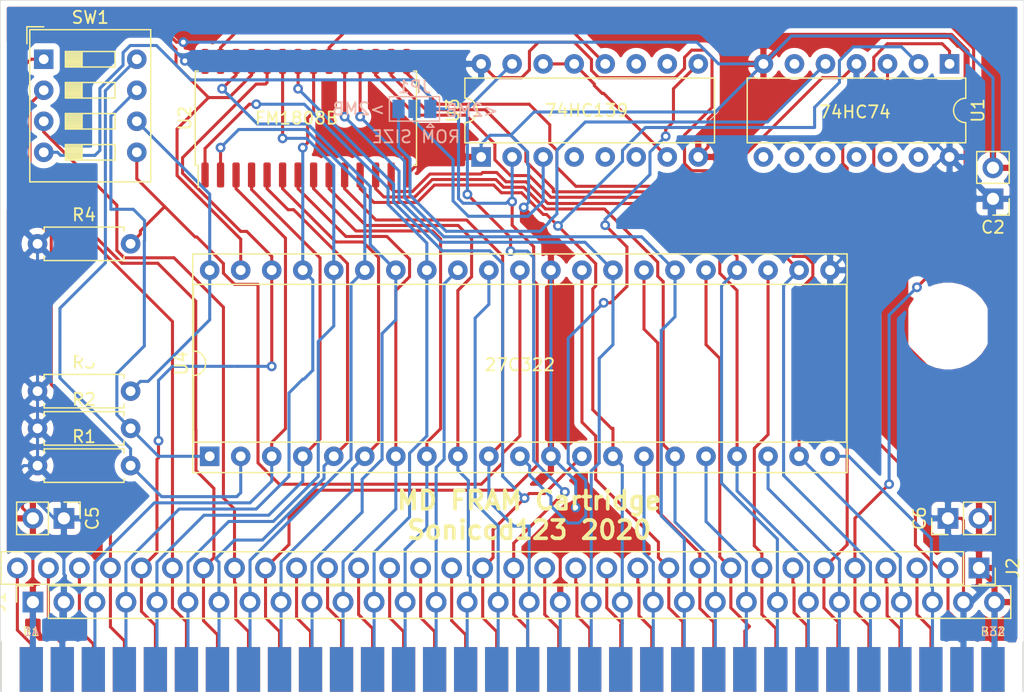
<source format=kicad_pcb>
(kicad_pcb (version 20171130) (host pcbnew "(5.1.4)-1")
  (layers (0 F.Cu signal hide) (31 B.Cu signal) (34 B.Paste user) (35 F.Paste user) (36 B.SilkS user) (37 F.SilkS user) (38 B.Mask user) (39 F.Mask user hide) (44 Edge.Cuts user))
  (net 0 "")
  (net 1 "Net-(CON1-PadB1)")
  (net 2 "Net-(CON1-PadB2)")
  (net 3 "Net-(CON1-PadB3)")
  (net 4 /A8)
  (net 5 /A9)
  (net 6 /A17)
  (net 7 /A18)
  (net 8 /A19)
  (net 9 /A20)
  (net 10 "Net-(CON1-PadB10)")
  (net 11 "Net-(CON1-PadB11)")
  (net 12 "Net-(CON1-PadB12)")
  (net 13 "Net-(CON1-PadB13)")
  (net 14 "Net-(CON1-PadB14)")
  (net 15 "Net-(CON1-PadB15)")
  (net 16 /OE)
  (net 17 /CE)
  (net 18 "Net-(CON1-PadB18)")
  (net 19 "Net-(CON1-PadB19)")
  (net 20 "Net-(CON1-PadB20)")
  (net 21 "Net-(CON1-PadB21)")
  (net 22 /D15)
  (net 23 /D14)
  (net 24 /D13)
  (net 25 /D12)
  (net 26 "Net-(CON1-PadB26)")
  (net 27 /RESET)
  (net 28 /WE)
  (net 29 "Net-(CON1-PadB29)")
  (net 30 "Net-(CON1-PadB30)")
  (net 31 /TIME)
  (net 32 GND)
  (net 33 /A10)
  (net 34 +5V)
  (net 35 /A7)
  (net 36 /A6)
  (net 37 /A12)
  (net 38 /A4)
  (net 39 /A11)
  (net 40 /A5)
  (net 41 /A13)
  (net 42 /A2)
  (net 43 /A15)
  (net 44 /A3)
  (net 45 /A14)
  (net 46 /A1)
  (net 47 /A16)
  (net 48 /D0)
  (net 49 /D7)
  (net 50 /A0)
  (net 51 /D8)
  (net 52 /D6)
  (net 53 /D4)
  (net 54 /D3)
  (net 55 /D11)
  (net 56 /D1)
  (net 57 /D9)
  (net 58 /D5)
  (net 59 /D2)
  (net 60 /D10)
  (net 61 "Net-(U1-Pad8)")
  (net 62 "Net-(U1-Pad9)")
  (net 63 "Net-(U1-Pad10)")
  (net 64 "Net-(U1-Pad11)")
  (net 65 "Net-(U1-Pad12)")
  (net 66 "Net-(U1-Pad6)")
  (net 67 "Net-(U1-Pad13)")
  (net 68 /SRAM_CE)
  (net 69 /ROM_CE)
  (net 70 "Net-(U3-Pad10)")
  (net 71 "Net-(U3-Pad11)")
  (net 72 "Net-(U3-Pad4)")
  (net 73 "Net-(U3-Pad5)")
  (net 74 "Net-(U3-Pad13)")
  (net 75 "Net-(U3-Pad6)")
  (net 76 "Net-(JP1-Pad2)")
  (net 77 "Net-(JP1-Pad3)")
  (net 78 /CART_A17)
  (net 79 /CART_A18)
  (net 80 /CART_A19)
  (net 81 /CART_A20)
  (module Package_DIP:DIP-42_W15.24mm_Socket (layer F.Cu) (at 106.68 90.678 90)
    (fp_text reference U4 (at 7.62 -2.33 90) (layer F.SilkS))
    (fp_text value 27C322)
    (pad 1 thru_hole rect (at 0 0 90) (size 1.6 1.6) (drill 0.8) (layers *.Cu *.Mask) (net 7 /A18))
    (pad 22 thru_hole oval (at 15.24 50.8 90) (size 1.6 1.6) (drill 0.8) (layers *.Cu *.Mask) (net 34 +5V))
    (pad 2 thru_hole oval (at 0 2.54 90) (size 1.6 1.6) (drill 0.8) (layers *.Cu *.Mask) (net 6 /A17))
    (pad 23 thru_hole oval (at 15.24 48.26 90) (size 1.6 1.6) (drill 0.8) (layers *.Cu *.Mask) (net 53 /D4))
    (pad 3 thru_hole oval (at 0 5.08 90) (size 1.6 1.6) (drill 0.8) (layers *.Cu *.Mask) (net 35 /A7))
    (pad 24 thru_hole oval (at 15.24 45.72 90) (size 1.6 1.6) (drill 0.8) (layers *.Cu *.Mask) (net 25 /D12))
    (pad 4 thru_hole oval (at 0 7.62 90) (size 1.6 1.6) (drill 0.8) (layers *.Cu *.Mask) (net 36 /A6))
    (pad 25 thru_hole oval (at 15.24 43.18 90) (size 1.6 1.6) (drill 0.8) (layers *.Cu *.Mask) (net 58 /D5))
    (pad 5 thru_hole oval (at 0 10.16 90) (size 1.6 1.6) (drill 0.8) (layers *.Cu *.Mask) (net 40 /A5))
    (pad 26 thru_hole oval (at 15.24 40.64 90) (size 1.6 1.6) (drill 0.8) (layers *.Cu *.Mask) (net 24 /D13))
    (pad 6 thru_hole oval (at 0 12.7 90) (size 1.6 1.6) (drill 0.8) (layers *.Cu *.Mask) (net 38 /A4))
    (pad 27 thru_hole oval (at 15.24 38.1 90) (size 1.6 1.6) (drill 0.8) (layers *.Cu *.Mask) (net 52 /D6))
    (pad 7 thru_hole oval (at 0 15.24 90) (size 1.6 1.6) (drill 0.8) (layers *.Cu *.Mask) (net 44 /A3))
    (pad 28 thru_hole oval (at 15.24 35.56 90) (size 1.6 1.6) (drill 0.8) (layers *.Cu *.Mask) (net 23 /D14))
    (pad 8 thru_hole oval (at 0 17.78 90) (size 1.6 1.6) (drill 0.8) (layers *.Cu *.Mask) (net 42 /A2))
    (pad 29 thru_hole oval (at 15.24 33.02 90) (size 1.6 1.6) (drill 0.8) (layers *.Cu *.Mask) (net 49 /D7))
    (pad 9 thru_hole oval (at 0 20.32 90) (size 1.6 1.6) (drill 0.8) (layers *.Cu *.Mask) (net 46 /A1))
    (pad 30 thru_hole oval (at 15.24 30.48 90) (size 1.6 1.6) (drill 0.8) (layers *.Cu *.Mask) (net 22 /D15))
    (pad 10 thru_hole oval (at 0 22.86 90) (size 1.6 1.6) (drill 0.8) (layers *.Cu *.Mask) (net 50 /A0))
    (pad 31 thru_hole oval (at 15.24 27.94 90) (size 1.6 1.6) (drill 0.8) (layers *.Cu *.Mask) (net 32 GND))
    (pad 11 thru_hole oval (at 0 25.4 90) (size 1.6 1.6) (drill 0.8) (layers *.Cu *.Mask) (net 69 /ROM_CE))
    (pad 32 thru_hole oval (at 15.24 25.4 90) (size 1.6 1.6) (drill 0.8) (layers *.Cu *.Mask) (net 9 /A20))
    (pad 12 thru_hole oval (at 0 27.94 90) (size 1.6 1.6) (drill 0.8) (layers *.Cu *.Mask) (net 32 GND))
    (pad 33 thru_hole oval (at 15.24 22.86 90) (size 1.6 1.6) (drill 0.8) (layers *.Cu *.Mask) (net 47 /A16))
    (pad 13 thru_hole oval (at 0 30.48 90) (size 1.6 1.6) (drill 0.8) (layers *.Cu *.Mask) (net 16 /OE))
    (pad 34 thru_hole oval (at 15.24 20.32 90) (size 1.6 1.6) (drill 0.8) (layers *.Cu *.Mask) (net 43 /A15))
    (pad 14 thru_hole oval (at 0 33.02 90) (size 1.6 1.6) (drill 0.8) (layers *.Cu *.Mask) (net 48 /D0))
    (pad 35 thru_hole oval (at 15.24 17.78 90) (size 1.6 1.6) (drill 0.8) (layers *.Cu *.Mask) (net 45 /A14))
    (pad 15 thru_hole oval (at 0 35.56 90) (size 1.6 1.6) (drill 0.8) (layers *.Cu *.Mask) (net 51 /D8))
    (pad 36 thru_hole oval (at 15.24 15.24 90) (size 1.6 1.6) (drill 0.8) (layers *.Cu *.Mask) (net 41 /A13))
    (pad 16 thru_hole oval (at 0 38.1 90) (size 1.6 1.6) (drill 0.8) (layers *.Cu *.Mask) (net 56 /D1))
    (pad 37 thru_hole oval (at 15.24 12.7 90) (size 1.6 1.6) (drill 0.8) (layers *.Cu *.Mask) (net 37 /A12))
    (pad 17 thru_hole oval (at 0 40.64 90) (size 1.6 1.6) (drill 0.8) (layers *.Cu *.Mask) (net 57 /D9))
    (pad 38 thru_hole oval (at 15.24 10.16 90) (size 1.6 1.6) (drill 0.8) (layers *.Cu *.Mask) (net 39 /A11))
    (pad 18 thru_hole oval (at 0 43.18 90) (size 1.6 1.6) (drill 0.8) (layers *.Cu *.Mask) (net 59 /D2))
    (pad 39 thru_hole oval (at 15.24 7.62 90) (size 1.6 1.6) (drill 0.8) (layers *.Cu *.Mask) (net 33 /A10))
    (pad 19 thru_hole oval (at 0 45.72 90) (size 1.6 1.6) (drill 0.8) (layers *.Cu *.Mask) (net 60 /D10))
    (pad 40 thru_hole oval (at 15.24 5.08 90) (size 1.6 1.6) (drill 0.8) (layers *.Cu *.Mask) (net 5 /A9))
    (pad 20 thru_hole oval (at 0 48.26 90) (size 1.6 1.6) (drill 0.8) (layers *.Cu *.Mask) (net 54 /D3))
    (pad 41 thru_hole oval (at 15.24 2.54 90) (size 1.6 1.6) (drill 0.8) (layers *.Cu *.Mask) (net 4 /A8))
    (pad 21 thru_hole oval (at 0 50.8 90) (size 1.6 1.6) (drill 0.8) (layers *.Cu *.Mask) (net 55 /D11))
    (pad 42 thru_hole oval (at 15.24 0 90) (size 1.6 1.6) (drill 0.8) (layers *.Cu *.Mask) (net 8 /A19))
  )
  (module Resistor_THT:R_Axial_DIN0207_L6.3mm_D2.5mm_P7.62mm_Horizontal (layer F.Cu) (at 92.583 73.279)
    (fp_text reference R4 (at 3.81 -2.37) (layer F.SilkS))
    (fp_text value 1K)
    (pad 2 thru_hole oval (at 7.62 0) (size 1.6 1.6) (drill 0.8) (layers *.Cu *.Mask) (net 9 /A20))
    (pad 1 thru_hole circle (at 0 0) (size 1.6 1.6) (drill 0.8) (layers *.Cu *.Mask) (net 34 +5V))
  )
  (module Resistor_THT:R_Axial_DIN0207_L6.3mm_D2.5mm_P7.62mm_Horizontal (layer F.Cu) (at 92.583 85.344)
    (fp_text reference R3 (at 3.81 -2.37) (layer F.SilkS))
    (fp_text value 1K)
    (pad 2 thru_hole oval (at 7.62 0) (size 1.6 1.6) (drill 0.8) (layers *.Cu *.Mask) (net 8 /A19))
    (pad 1 thru_hole circle (at 0 0) (size 1.6 1.6) (drill 0.8) (layers *.Cu *.Mask) (net 34 +5V))
  )
  (module Resistor_THT:R_Axial_DIN0207_L6.3mm_D2.5mm_P7.62mm_Horizontal (layer F.Cu) (at 92.583 88.392)
    (fp_text reference R2 (at 3.81 -2.37) (layer F.SilkS))
    (fp_text value 1K)
    (pad 2 thru_hole oval (at 7.62 0) (size 1.6 1.6) (drill 0.8) (layers *.Cu *.Mask) (net 7 /A18))
    (pad 1 thru_hole circle (at 0 0) (size 1.6 1.6) (drill 0.8) (layers *.Cu *.Mask) (net 34 +5V))
  )
  (module Resistor_THT:R_Axial_DIN0207_L6.3mm_D2.5mm_P7.62mm_Horizontal (layer F.Cu) (at 92.583 91.44)
    (fp_text reference R1 (at 3.81 -2.37) (layer F.SilkS))
    (fp_text value 1K)
    (pad 2 thru_hole oval (at 7.62 0) (size 1.6 1.6) (drill 0.8) (layers *.Cu *.Mask) (net 6 /A17))
    (pad 1 thru_hole circle (at 0 0) (size 1.6 1.6) (drill 0.8) (layers *.Cu *.Mask) (net 34 +5V))
  )
  (module Jumper:SolderJumper-3_P1.3mm_Open_Pad1.0x1.5mm (layer B.Cu) (at 123.444 62.23 180)
    (fp_text reference JP1 (at 0 1.8) (layer B.SilkS) (effects (justify mirror)))
    (fp_text value <2M/4M)
    (pad 1 smd rect (at -1.3 0 180) (size 1 1.5) (layers B.Cu B.Mask) (net 81 /CART_A20))
    (pad 2 smd rect (at 0 0 180) (size 1 1.5) (layers B.Cu B.Mask) (net 76 "Net-(JP1-Pad2)"))
    (pad 3 smd rect (at 1.3 0 180) (size 1 1.5) (layers B.Cu B.Mask) (net 77 "Net-(JP1-Pad3)"))
  )
  (module Button_Switch_THT:SW_DIP_SPSTx04_Slide_9.78x12.34mm_W7.62mm_P2.54mm (layer F.Cu) (at 93.091 58.166)
    (fp_text reference SW1 (at 3.81 -3.42) (layer F.SilkS))
    (fp_text value SW_DIP_x04)
    (pad 1 thru_hole rect (at 0 0) (size 1.6 1.6) (drill 0.8) (layers *.Cu *.Mask) (net 78 /CART_A17))
    (pad 5 thru_hole oval (at 7.62 7.62) (size 1.6 1.6) (drill 0.8) (layers *.Cu *.Mask) (net 9 /A20))
    (pad 2 thru_hole oval (at 0 2.54) (size 1.6 1.6) (drill 0.8) (layers *.Cu *.Mask) (net 79 /CART_A18))
    (pad 6 thru_hole oval (at 7.62 5.08) (size 1.6 1.6) (drill 0.8) (layers *.Cu *.Mask) (net 8 /A19))
    (pad 3 thru_hole oval (at 0 5.08) (size 1.6 1.6) (drill 0.8) (layers *.Cu *.Mask) (net 80 /CART_A19))
    (pad 7 thru_hole oval (at 7.62 2.54) (size 1.6 1.6) (drill 0.8) (layers *.Cu *.Mask) (net 7 /A18))
    (pad 4 thru_hole oval (at 0 7.62) (size 1.6 1.6) (drill 0.8) (layers *.Cu *.Mask) (net 81 /CART_A20))
    (pad 8 thru_hole oval (at 7.62 0) (size 1.6 1.6) (drill 0.8) (layers *.Cu *.Mask) (net 6 /A17))
  )
  (module db-smt:GENESIS-EDGE (layer F.Cu) (at 92.075 109.728)
    (fp_text reference CON1 hide)
    (fp_text value GENESIS-EDGE hide)
    (fp_line (start 81.28 3.175) (end 81.28 -3.81) (layer Edge.Cuts) (width 0.254))
    (fp_line (start 80.01 4.445) (end 81.28 3.175) (layer Edge.Cuts) (width 0.254))
    (fp_line (start -1.27 4.445) (end 80.01 4.445) (layer Edge.Cuts) (width 0.254))
    (fp_line (start -2.54 3.175) (end -1.27 4.445) (layer Edge.Cuts) (width 0.254))
    (fp_line (start -2.54 -3.81) (end -2.54 3.175) (layer Edge.Cuts) (width 0.254))
    (pad B1 smd rect (at 0 0) (size 1.905 6.858) (layers F.Cu) (net 1 "Net-(CON1-PadB1)"))
    (pad B2 smd rect (at 2.54 0) (size 1.905 6.858) (layers F.Cu) (net 2 "Net-(CON1-PadB2)"))
    (pad B3 smd rect (at 5.08 0) (size 1.905 6.858) (layers F.Cu) (net 3 "Net-(CON1-PadB3)"))
    (pad B4 smd rect (at 7.62 0) (size 1.905 6.858) (layers F.Cu) (net 4 /A8))
    (pad B5 smd rect (at 10.16 0) (size 1.905 6.858) (layers F.Cu) (net 5 /A9))
    (pad B6 smd rect (at 12.7 0) (size 1.905 6.858) (layers F.Cu) (net 78 /CART_A17))
    (pad B7 smd rect (at 15.24 0) (size 1.905 6.858) (layers F.Cu) (net 79 /CART_A18))
    (pad B8 smd rect (at 17.78 0) (size 1.905 6.858) (layers F.Cu) (net 80 /CART_A19))
    (pad B9 smd rect (at 20.32 0) (size 1.905 6.858) (layers F.Cu) (net 81 /CART_A20))
    (pad B10 smd rect (at 22.86 0) (size 1.905 6.858) (layers F.Cu) (net 10 "Net-(CON1-PadB10)"))
    (pad B11 smd rect (at 25.4 0) (size 1.905 6.858) (layers F.Cu) (net 11 "Net-(CON1-PadB11)"))
    (pad B12 smd rect (at 27.94 0) (size 1.905 6.858) (layers F.Cu) (net 12 "Net-(CON1-PadB12)"))
    (pad B13 smd rect (at 30.48 0) (size 1.905 6.858) (layers F.Cu) (net 13 "Net-(CON1-PadB13)"))
    (pad B14 smd rect (at 33.02 0) (size 1.905 6.858) (layers F.Cu) (net 14 "Net-(CON1-PadB14)"))
    (pad B15 smd rect (at 35.56 0) (size 1.905 6.858) (layers F.Cu) (net 15 "Net-(CON1-PadB15)"))
    (pad B16 smd rect (at 38.1 0) (size 1.905 6.858) (layers F.Cu) (net 16 /OE))
    (pad B17 smd rect (at 40.64 0) (size 1.905 6.858) (layers F.Cu) (net 17 /CE))
    (pad B18 smd rect (at 43.18 0) (size 1.905 6.858) (layers F.Cu) (net 18 "Net-(CON1-PadB18)"))
    (pad B19 smd rect (at 45.72 0) (size 1.905 6.858) (layers F.Cu) (net 19 "Net-(CON1-PadB19)"))
    (pad B20 smd rect (at 48.26 0) (size 1.905 6.858) (layers F.Cu) (net 20 "Net-(CON1-PadB20)"))
    (pad B21 smd rect (at 50.8 0) (size 1.905 6.858) (layers F.Cu) (net 21 "Net-(CON1-PadB21)"))
    (pad B22 smd rect (at 53.34 0) (size 1.905 6.858) (layers F.Cu) (net 22 /D15))
    (pad B23 smd rect (at 55.88 0) (size 1.905 6.858) (layers F.Cu) (net 23 /D14))
    (pad B24 smd rect (at 58.42 0) (size 1.905 6.858) (layers F.Cu) (net 24 /D13))
    (pad B25 smd rect (at 60.96 0) (size 1.905 6.858) (layers F.Cu) (net 25 /D12))
    (pad B26 smd rect (at 63.5 0) (size 1.905 6.858) (layers F.Cu) (net 26 "Net-(CON1-PadB26)"))
    (pad B27 smd rect (at 66.04 0) (size 1.905 6.858) (layers F.Cu) (net 27 /RESET))
    (pad B28 smd rect (at 68.58 0) (size 1.905 6.858) (layers F.Cu) (net 28 /WE))
    (pad B29 smd rect (at 71.12 0) (size 1.905 6.858) (layers F.Cu) (net 29 "Net-(CON1-PadB29)"))
    (pad B30 smd rect (at 73.66 0) (size 1.905 6.858) (layers F.Cu) (net 30 "Net-(CON1-PadB30)"))
    (pad B31 smd rect (at 76.2 0) (size 1.905 6.858) (layers F.Cu) (net 31 /TIME))
    (pad B32 smd rect (at 78.74 0) (size 1.905 6.858) (layers F.Cu) (net 32 GND))
    (pad A4 smd rect (at 7.62 0) (size 1.905 6.858) (layers B.Cu) (net 33 /A10))
    (pad A2 smd rect (at 2.54 0) (size 1.905 6.858) (layers B.Cu) (net 34 +5V))
    (pad A1 smd rect (at 0 0) (size 1.905 6.858) (layers B.Cu) (net 32 GND))
    (pad A3 smd rect (at 5.08 0) (size 1.905 6.858) (layers B.Cu) (net 35 /A7))
    (pad A5 smd rect (at 10.16 0) (size 1.905 6.858) (layers B.Cu) (net 36 /A6))
    (pad A8 smd rect (at 17.78 0) (size 1.905 6.858) (layers B.Cu) (net 37 /A12))
    (pad A9 smd rect (at 20.32 0) (size 1.905 6.858) (layers B.Cu) (net 38 /A4))
    (pad A6 smd rect (at 12.7 0) (size 1.905 6.858) (layers B.Cu) (net 39 /A11))
    (pad A7 smd rect (at 15.24 0) (size 1.905 6.858) (layers B.Cu) (net 40 /A5))
    (pad A10 smd rect (at 22.86 0) (size 1.905 6.858) (layers B.Cu) (net 41 /A13))
    (pad A13 smd rect (at 30.48 0) (size 1.905 6.858) (layers B.Cu) (net 42 /A2))
    (pad A14 smd rect (at 33.02 0) (size 1.905 6.858) (layers B.Cu) (net 43 /A15))
    (pad A11 smd rect (at 25.4 0) (size 1.905 6.858) (layers B.Cu) (net 44 /A3))
    (pad A12 smd rect (at 27.94 0) (size 1.905 6.858) (layers B.Cu) (net 45 /A14))
    (pad A15 smd rect (at 35.56 0) (size 1.905 6.858) (layers B.Cu) (net 46 /A1))
    (pad A16 smd rect (at 38.1 0) (size 1.905 6.858) (layers B.Cu) (net 47 /A16))
    (pad A18 smd rect (at 43.18 0) (size 1.905 6.858) (layers B.Cu) (net 32 GND))
    (pad A20 smd rect (at 48.26 0) (size 1.905 6.858) (layers B.Cu) (net 48 /D0))
    (pad A19 smd rect (at 45.72 0) (size 1.905 6.858) (layers B.Cu) (net 49 /D7))
    (pad A17 smd rect (at 40.64 0) (size 1.905 6.858) (layers B.Cu) (net 50 /A0))
    (pad A21 smd rect (at 50.8 0) (size 1.905 6.858) (layers B.Cu) (net 51 /D8))
    (pad A22 smd rect (at 53.34 0) (size 1.905 6.858) (layers B.Cu) (net 52 /D6))
    (pad A31 smd rect (at 76.2 0) (size 1.905 6.858) (layers B.Cu) (net 34 +5V))
    (pad A28 smd rect (at 68.58 0) (size 1.905 6.858) (layers B.Cu) (net 53 /D4))
    (pad A29 smd rect (at 71.12 0) (size 1.905 6.858) (layers B.Cu) (net 54 /D3))
    (pad A30 smd rect (at 73.66 0) (size 1.905 6.858) (layers B.Cu) (net 55 /D11))
    (pad A32 smd rect (at 78.74 0) (size 1.905 6.858) (layers B.Cu) (net 32 GND))
    (pad A23 smd rect (at 55.88 0) (size 1.905 6.858) (layers B.Cu) (net 56 /D1))
    (pad A24 smd rect (at 58.42 0) (size 1.905 6.858) (layers B.Cu) (net 57 /D9))
    (pad A25 smd rect (at 60.96 0) (size 1.905 6.858) (layers B.Cu) (net 58 /D5))
    (pad A26 smd rect (at 63.5 0) (size 1.905 6.858) (layers B.Cu) (net 59 /D2))
    (pad A27 smd rect (at 66.04 0) (size 1.905 6.858) (layers B.Cu) (net 60 /D10))
    (pad "" np_thru_hole circle (at 5.715 -29.718) (size 6.096 6.096) (drill 6.096) (layers *.Cu *.Mask))
    (pad "" np_thru_hole circle (at 75.057 -29.718) (size 6.096 6.096) (drill 6.096) (layers *.Cu *.Mask))
  )
  (module Connector_PinHeader_2.54mm:PinHeader_1x02_P2.54mm_Vertical (layer F.Cu) (at 167.132 95.758 90)
    (fp_text reference C6 (at 0 -2.33 90) (layer F.SilkS))
    (fp_text value C)
    (pad 2 thru_hole oval (at 0 2.54 90) (size 1.7 1.7) (drill 1) (layers *.Cu *.Mask) (net 32 GND))
    (pad 1 thru_hole rect (at 0 0 90) (size 1.7 1.7) (drill 1) (layers *.Cu *.Mask) (net 34 +5V))
  )
  (module Connector_PinHeader_2.54mm:PinHeader_1x02_P2.54mm_Vertical (layer F.Cu) (at 94.742 95.758 270)
    (fp_text reference C5 (at 0 -2.33 90) (layer F.SilkS))
    (fp_text value C)
    (pad 2 thru_hole oval (at 0 2.54 270) (size 1.7 1.7) (drill 1) (layers *.Cu *.Mask) (net 32 GND))
    (pad 1 thru_hole rect (at 0 0 270) (size 1.7 1.7) (drill 1) (layers *.Cu *.Mask) (net 34 +5V))
  )
  (module Connector_PinHeader_2.54mm:PinHeader_1x02_P2.54mm_Vertical (layer F.Cu) (at 170.815 69.596 180)
    (fp_text reference C2 (at 0 -2.33) (layer F.SilkS))
    (fp_text value C)
    (pad 2 thru_hole oval (at 0 2.54 180) (size 1.7 1.7) (drill 1) (layers *.Cu *.Mask) (net 32 GND))
    (pad 1 thru_hole rect (at 0 0 180) (size 1.7 1.7) (drill 1) (layers *.Cu *.Mask) (net 34 +5V))
  )
  (module Package_DIP:DIP-14_W7.62mm (layer F.Cu) (at 167.259 58.547 270)
    (fp_text reference U1 (at 3.81 -2.33 90) (layer F.SilkS))
    (fp_text value 74HC74)
    (pad 1 thru_hole rect (at 0 0 270) (size 1.6 1.6) (drill 0.8) (layers *.Cu *.Mask) (net 27 /RESET))
    (pad 8 thru_hole oval (at 7.62 15.24 270) (size 1.6 1.6) (drill 0.8) (layers *.Cu *.Mask) (net 61 "Net-(U1-Pad8)"))
    (pad 2 thru_hole oval (at 0 2.54 270) (size 1.6 1.6) (drill 0.8) (layers *.Cu *.Mask) (net 48 /D0))
    (pad 9 thru_hole oval (at 7.62 12.7 270) (size 1.6 1.6) (drill 0.8) (layers *.Cu *.Mask) (net 62 "Net-(U1-Pad9)"))
    (pad 3 thru_hole oval (at 0 5.08 270) (size 1.6 1.6) (drill 0.8) (layers *.Cu *.Mask) (net 31 /TIME))
    (pad 10 thru_hole oval (at 7.62 10.16 270) (size 1.6 1.6) (drill 0.8) (layers *.Cu *.Mask) (net 63 "Net-(U1-Pad10)"))
    (pad 4 thru_hole oval (at 0 7.62 270) (size 1.6 1.6) (drill 0.8) (layers *.Cu *.Mask) (net 34 +5V))
    (pad 11 thru_hole oval (at 7.62 7.62 270) (size 1.6 1.6) (drill 0.8) (layers *.Cu *.Mask) (net 64 "Net-(U1-Pad11)"))
    (pad 5 thru_hole oval (at 0 10.16 270) (size 1.6 1.6) (drill 0.8) (layers *.Cu *.Mask) (net 77 "Net-(JP1-Pad3)"))
    (pad 12 thru_hole oval (at 7.62 5.08 270) (size 1.6 1.6) (drill 0.8) (layers *.Cu *.Mask) (net 65 "Net-(U1-Pad12)"))
    (pad 6 thru_hole oval (at 0 12.7 270) (size 1.6 1.6) (drill 0.8) (layers *.Cu *.Mask) (net 66 "Net-(U1-Pad6)"))
    (pad 13 thru_hole oval (at 7.62 2.54 270) (size 1.6 1.6) (drill 0.8) (layers *.Cu *.Mask) (net 67 "Net-(U1-Pad13)"))
    (pad 7 thru_hole oval (at 0 15.24 270) (size 1.6 1.6) (drill 0.8) (layers *.Cu *.Mask) (net 32 GND))
    (pad 14 thru_hole oval (at 7.62 0 270) (size 1.6 1.6) (drill 0.8) (layers *.Cu *.Mask) (net 34 +5V))
  )
  (module Connector_PinSocket_2.54mm:PinSocket_1x32_P2.54mm_Vertical (layer F.Cu) (at 92.202 102.616 90)
    (fp_text reference J1 (at 0 -2.77 90) (layer F.SilkS))
    (fp_text value Conn_01x32_Male)
    (pad 1 thru_hole rect (at 0 0 90) (size 1.7 1.7) (drill 1) (layers *.Cu *.Mask) (net 32 GND))
    (pad 2 thru_hole oval (at 0 2.54 90) (size 1.7 1.7) (drill 1) (layers *.Cu *.Mask) (net 34 +5V))
    (pad 3 thru_hole oval (at 0 5.08 90) (size 1.7 1.7) (drill 1) (layers *.Cu *.Mask) (net 35 /A7))
    (pad 4 thru_hole oval (at 0 7.62 90) (size 1.7 1.7) (drill 1) (layers *.Cu *.Mask) (net 33 /A10))
    (pad 5 thru_hole oval (at 0 10.16 90) (size 1.7 1.7) (drill 1) (layers *.Cu *.Mask) (net 36 /A6))
    (pad 6 thru_hole oval (at 0 12.7 90) (size 1.7 1.7) (drill 1) (layers *.Cu *.Mask) (net 39 /A11))
    (pad 7 thru_hole oval (at 0 15.24 90) (size 1.7 1.7) (drill 1) (layers *.Cu *.Mask) (net 40 /A5))
    (pad 8 thru_hole oval (at 0 17.78 90) (size 1.7 1.7) (drill 1) (layers *.Cu *.Mask) (net 37 /A12))
    (pad 9 thru_hole oval (at 0 20.32 90) (size 1.7 1.7) (drill 1) (layers *.Cu *.Mask) (net 38 /A4))
    (pad 10 thru_hole oval (at 0 22.86 90) (size 1.7 1.7) (drill 1) (layers *.Cu *.Mask) (net 41 /A13))
    (pad 11 thru_hole oval (at 0 25.4 90) (size 1.7 1.7) (drill 1) (layers *.Cu *.Mask) (net 44 /A3))
    (pad 12 thru_hole oval (at 0 27.94 90) (size 1.7 1.7) (drill 1) (layers *.Cu *.Mask) (net 45 /A14))
    (pad 13 thru_hole oval (at 0 30.48 90) (size 1.7 1.7) (drill 1) (layers *.Cu *.Mask) (net 42 /A2))
    (pad 14 thru_hole oval (at 0 33.02 90) (size 1.7 1.7) (drill 1) (layers *.Cu *.Mask) (net 43 /A15))
    (pad 15 thru_hole oval (at 0 35.56 90) (size 1.7 1.7) (drill 1) (layers *.Cu *.Mask) (net 46 /A1))
    (pad 16 thru_hole oval (at 0 38.1 90) (size 1.7 1.7) (drill 1) (layers *.Cu *.Mask) (net 47 /A16))
    (pad 17 thru_hole oval (at 0 40.64 90) (size 1.7 1.7) (drill 1) (layers *.Cu *.Mask) (net 50 /A0))
    (pad 18 thru_hole oval (at 0 43.18 90) (size 1.7 1.7) (drill 1) (layers *.Cu *.Mask) (net 32 GND))
    (pad 19 thru_hole oval (at 0 45.72 90) (size 1.7 1.7) (drill 1) (layers *.Cu *.Mask) (net 49 /D7))
    (pad 20 thru_hole oval (at 0 48.26 90) (size 1.7 1.7) (drill 1) (layers *.Cu *.Mask) (net 48 /D0))
    (pad 21 thru_hole oval (at 0 50.8 90) (size 1.7 1.7) (drill 1) (layers *.Cu *.Mask) (net 51 /D8))
    (pad 22 thru_hole oval (at 0 53.34 90) (size 1.7 1.7) (drill 1) (layers *.Cu *.Mask) (net 52 /D6))
    (pad 23 thru_hole oval (at 0 55.88 90) (size 1.7 1.7) (drill 1) (layers *.Cu *.Mask) (net 56 /D1))
    (pad 24 thru_hole oval (at 0 58.42 90) (size 1.7 1.7) (drill 1) (layers *.Cu *.Mask) (net 57 /D9))
    (pad 25 thru_hole oval (at 0 60.96 90) (size 1.7 1.7) (drill 1) (layers *.Cu *.Mask) (net 58 /D5))
    (pad 26 thru_hole oval (at 0 63.5 90) (size 1.7 1.7) (drill 1) (layers *.Cu *.Mask) (net 59 /D2))
    (pad 27 thru_hole oval (at 0 66.04 90) (size 1.7 1.7) (drill 1) (layers *.Cu *.Mask) (net 60 /D10))
    (pad 28 thru_hole oval (at 0 68.58 90) (size 1.7 1.7) (drill 1) (layers *.Cu *.Mask) (net 53 /D4))
    (pad 29 thru_hole oval (at 0 71.12 90) (size 1.7 1.7) (drill 1) (layers *.Cu *.Mask) (net 54 /D3))
    (pad 30 thru_hole oval (at 0 73.66 90) (size 1.7 1.7) (drill 1) (layers *.Cu *.Mask) (net 55 /D11))
    (pad 31 thru_hole oval (at 0 76.2 90) (size 1.7 1.7) (drill 1) (layers *.Cu *.Mask) (net 34 +5V))
    (pad 32 thru_hole oval (at 0 78.74 90) (size 1.7 1.7) (drill 1) (layers *.Cu *.Mask) (net 32 GND))
  )
  (module Connector_PinSocket_2.54mm:PinSocket_1x32_P2.54mm_Vertical (layer F.Cu) (at 169.672 99.822 270)
    (fp_text reference J2 (at 0 -2.77 90) (layer F.SilkS))
    (fp_text value Conn_01x32_Male)
    (pad 32 thru_hole oval (at 0 78.74 270) (size 1.7 1.7) (drill 1) (layers *.Cu *.Mask) (net 1 "Net-(CON1-PadB1)"))
    (pad 31 thru_hole oval (at 0 76.2 270) (size 1.7 1.7) (drill 1) (layers *.Cu *.Mask) (net 2 "Net-(CON1-PadB2)"))
    (pad 30 thru_hole oval (at 0 73.66 270) (size 1.7 1.7) (drill 1) (layers *.Cu *.Mask) (net 3 "Net-(CON1-PadB3)"))
    (pad 29 thru_hole oval (at 0 71.12 270) (size 1.7 1.7) (drill 1) (layers *.Cu *.Mask) (net 4 /A8))
    (pad 28 thru_hole oval (at 0 68.58 270) (size 1.7 1.7) (drill 1) (layers *.Cu *.Mask) (net 5 /A9))
    (pad 27 thru_hole oval (at 0 66.04 270) (size 1.7 1.7) (drill 1) (layers *.Cu *.Mask) (net 78 /CART_A17))
    (pad 26 thru_hole oval (at 0 63.5 270) (size 1.7 1.7) (drill 1) (layers *.Cu *.Mask) (net 79 /CART_A18))
    (pad 25 thru_hole oval (at 0 60.96 270) (size 1.7 1.7) (drill 1) (layers *.Cu *.Mask) (net 80 /CART_A19))
    (pad 24 thru_hole oval (at 0 58.42 270) (size 1.7 1.7) (drill 1) (layers *.Cu *.Mask) (net 81 /CART_A20))
    (pad 23 thru_hole oval (at 0 55.88 270) (size 1.7 1.7) (drill 1) (layers *.Cu *.Mask) (net 10 "Net-(CON1-PadB10)"))
    (pad 22 thru_hole oval (at 0 53.34 270) (size 1.7 1.7) (drill 1) (layers *.Cu *.Mask) (net 11 "Net-(CON1-PadB11)"))
    (pad 21 thru_hole oval (at 0 50.8 270) (size 1.7 1.7) (drill 1) (layers *.Cu *.Mask) (net 12 "Net-(CON1-PadB12)"))
    (pad 20 thru_hole oval (at 0 48.26 270) (size 1.7 1.7) (drill 1) (layers *.Cu *.Mask) (net 13 "Net-(CON1-PadB13)"))
    (pad 19 thru_hole oval (at 0 45.72 270) (size 1.7 1.7) (drill 1) (layers *.Cu *.Mask) (net 14 "Net-(CON1-PadB14)"))
    (pad 18 thru_hole oval (at 0 43.18 270) (size 1.7 1.7) (drill 1) (layers *.Cu *.Mask) (net 15 "Net-(CON1-PadB15)"))
    (pad 17 thru_hole oval (at 0 40.64 270) (size 1.7 1.7) (drill 1) (layers *.Cu *.Mask) (net 16 /OE))
    (pad 16 thru_hole oval (at 0 38.1 270) (size 1.7 1.7) (drill 1) (layers *.Cu *.Mask) (net 17 /CE))
    (pad 15 thru_hole oval (at 0 35.56 270) (size 1.7 1.7) (drill 1) (layers *.Cu *.Mask) (net 18 "Net-(CON1-PadB18)"))
    (pad 14 thru_hole oval (at 0 33.02 270) (size 1.7 1.7) (drill 1) (layers *.Cu *.Mask) (net 19 "Net-(CON1-PadB19)"))
    (pad 13 thru_hole oval (at 0 30.48 270) (size 1.7 1.7) (drill 1) (layers *.Cu *.Mask) (net 20 "Net-(CON1-PadB20)"))
    (pad 12 thru_hole oval (at 0 27.94 270) (size 1.7 1.7) (drill 1) (layers *.Cu *.Mask) (net 21 "Net-(CON1-PadB21)"))
    (pad 11 thru_hole oval (at 0 25.4 270) (size 1.7 1.7) (drill 1) (layers *.Cu *.Mask) (net 22 /D15))
    (pad 10 thru_hole oval (at 0 22.86 270) (size 1.7 1.7) (drill 1) (layers *.Cu *.Mask) (net 23 /D14))
    (pad 9 thru_hole oval (at 0 20.32 270) (size 1.7 1.7) (drill 1) (layers *.Cu *.Mask) (net 24 /D13))
    (pad 8 thru_hole oval (at 0 17.78 270) (size 1.7 1.7) (drill 1) (layers *.Cu *.Mask) (net 25 /D12))
    (pad 7 thru_hole oval (at 0 15.24 270) (size 1.7 1.7) (drill 1) (layers *.Cu *.Mask) (net 26 "Net-(CON1-PadB26)"))
    (pad 6 thru_hole oval (at 0 12.7 270) (size 1.7 1.7) (drill 1) (layers *.Cu *.Mask) (net 27 /RESET))
    (pad 5 thru_hole oval (at 0 10.16 270) (size 1.7 1.7) (drill 1) (layers *.Cu *.Mask) (net 28 /WE))
    (pad 4 thru_hole oval (at 0 7.62 270) (size 1.7 1.7) (drill 1) (layers *.Cu *.Mask) (net 29 "Net-(CON1-PadB29)"))
    (pad 3 thru_hole oval (at 0 5.08 270) (size 1.7 1.7) (drill 1) (layers *.Cu *.Mask) (net 30 "Net-(CON1-PadB30)"))
    (pad 2 thru_hole oval (at 0 2.54 270) (size 1.7 1.7) (drill 1) (layers *.Cu *.Mask) (net 31 /TIME))
    (pad 1 thru_hole rect (at 0 0 270) (size 1.7 1.7) (drill 1) (layers *.Cu *.Mask) (net 32 GND))
  )
  (module Package_SO:SOIC-28W_7.5x17.9mm_P1.27mm (layer F.Cu) (at 114.554 62.992 90)
    (fp_text reference U2 (at 0 -9.9 90) (layer F.SilkS))
    (fp_text value FM1808B-SG)
    (pad 1 smd roundrect (at -4.65 -8.255 90) (size 2.05 0.6) (layers F.Cu F.Paste F.Mask) (net 45 /A14))
    (pad 2 smd roundrect (at -4.65 -6.985 90) (size 2.05 0.6) (layers F.Cu F.Paste F.Mask) (net 37 /A12))
    (pad 3 smd roundrect (at -4.65 -5.715 90) (size 2.05 0.6) (layers F.Cu F.Paste F.Mask) (net 35 /A7))
    (pad 4 smd roundrect (at -4.65 -4.445 90) (size 2.05 0.6) (layers F.Cu F.Paste F.Mask) (net 36 /A6))
    (pad 5 smd roundrect (at -4.65 -3.175 90) (size 2.05 0.6) (layers F.Cu F.Paste F.Mask) (net 40 /A5))
    (pad 6 smd roundrect (at -4.65 -1.905 90) (size 2.05 0.6) (layers F.Cu F.Paste F.Mask) (net 38 /A4))
    (pad 7 smd roundrect (at -4.65 -0.635 90) (size 2.05 0.6) (layers F.Cu F.Paste F.Mask) (net 44 /A3))
    (pad 8 smd roundrect (at -4.65 0.635 90) (size 2.05 0.6) (layers F.Cu F.Paste F.Mask) (net 42 /A2))
    (pad 9 smd roundrect (at -4.65 1.905 90) (size 2.05 0.6) (layers F.Cu F.Paste F.Mask) (net 46 /A1))
    (pad 10 smd roundrect (at -4.65 3.175 90) (size 2.05 0.6) (layers F.Cu F.Paste F.Mask) (net 50 /A0))
    (pad 11 smd roundrect (at -4.65 4.445 90) (size 2.05 0.6) (layers F.Cu F.Paste F.Mask) (net 48 /D0))
    (pad 12 smd roundrect (at -4.65 5.715 90) (size 2.05 0.6) (layers F.Cu F.Paste F.Mask) (net 56 /D1))
    (pad 13 smd roundrect (at -4.65 6.985 90) (size 2.05 0.6) (layers F.Cu F.Paste F.Mask) (net 59 /D2))
    (pad 14 smd roundrect (at -4.65 8.255 90) (size 2.05 0.6) (layers F.Cu F.Paste F.Mask) (net 32 GND))
    (pad 15 smd roundrect (at 4.65 8.255 90) (size 2.05 0.6) (layers F.Cu F.Paste F.Mask) (net 54 /D3))
    (pad 16 smd roundrect (at 4.65 6.985 90) (size 2.05 0.6) (layers F.Cu F.Paste F.Mask) (net 53 /D4))
    (pad 17 smd roundrect (at 4.65 5.715 90) (size 2.05 0.6) (layers F.Cu F.Paste F.Mask) (net 58 /D5))
    (pad 18 smd roundrect (at 4.65 4.445 90) (size 2.05 0.6) (layers F.Cu F.Paste F.Mask) (net 52 /D6))
    (pad 19 smd roundrect (at 4.65 3.175 90) (size 2.05 0.6) (layers F.Cu F.Paste F.Mask) (net 49 /D7))
    (pad 20 smd roundrect (at 4.65 1.905 90) (size 2.05 0.6) (layers F.Cu F.Paste F.Mask) (net 68 /SRAM_CE))
    (pad 21 smd roundrect (at 4.65 0.635 90) (size 2.05 0.6) (layers F.Cu F.Paste F.Mask) (net 33 /A10))
    (pad 22 smd roundrect (at 4.65 -0.635 90) (size 2.05 0.6) (layers F.Cu F.Paste F.Mask) (net 16 /OE))
    (pad 23 smd roundrect (at 4.65 -1.905 90) (size 2.05 0.6) (layers F.Cu F.Paste F.Mask) (net 39 /A11))
    (pad 24 smd roundrect (at 4.65 -3.175 90) (size 2.05 0.6) (layers F.Cu F.Paste F.Mask) (net 5 /A9))
    (pad 25 smd roundrect (at 4.65 -4.445 90) (size 2.05 0.6) (layers F.Cu F.Paste F.Mask) (net 4 /A8))
    (pad 26 smd roundrect (at 4.65 -5.715 90) (size 2.05 0.6) (layers F.Cu F.Paste F.Mask) (net 41 /A13))
    (pad 27 smd roundrect (at 4.65 -6.985 90) (size 2.05 0.6) (layers F.Cu F.Paste F.Mask) (net 28 /WE))
    (pad 28 smd roundrect (at 4.65 -8.255 90) (size 2.05 0.6) (layers F.Cu F.Paste F.Mask) (net 34 +5V))
  )
  (module Package_DIP:DIP-16_W7.62mm (layer F.Cu) (at 128.905 66.167 90)
    (fp_text reference U3 (at 3.81 -2.33 90) (layer F.SilkS))
    (fp_text value 74LS139)
    (pad 1 thru_hole rect (at 0 0 90) (size 1.6 1.6) (drill 0.8) (layers *.Cu *.Mask) (net 32 GND))
    (pad 9 thru_hole oval (at 7.62 17.78 90) (size 1.6 1.6) (drill 0.8) (layers *.Cu *.Mask) (net 69 /ROM_CE))
    (pad 2 thru_hole oval (at 0 2.54 90) (size 1.6 1.6) (drill 0.8) (layers *.Cu *.Mask) (net 81 /CART_A20))
    (pad 10 thru_hole oval (at 7.62 15.24 90) (size 1.6 1.6) (drill 0.8) (layers *.Cu *.Mask) (net 70 "Net-(U3-Pad10)"))
    (pad 3 thru_hole oval (at 0 5.08 90) (size 1.6 1.6) (drill 0.8) (layers *.Cu *.Mask) (net 76 "Net-(JP1-Pad2)"))
    (pad 11 thru_hole oval (at 7.62 12.7 90) (size 1.6 1.6) (drill 0.8) (layers *.Cu *.Mask) (net 71 "Net-(U3-Pad11)"))
    (pad 4 thru_hole oval (at 0 7.62 90) (size 1.6 1.6) (drill 0.8) (layers *.Cu *.Mask) (net 72 "Net-(U3-Pad4)"))
    (pad 12 thru_hole oval (at 7.62 10.16 90) (size 1.6 1.6) (drill 0.8) (layers *.Cu *.Mask) (net 68 /SRAM_CE))
    (pad 5 thru_hole oval (at 0 10.16 90) (size 1.6 1.6) (drill 0.8) (layers *.Cu *.Mask) (net 73 "Net-(U3-Pad5)"))
    (pad 13 thru_hole oval (at 7.62 7.62 90) (size 1.6 1.6) (drill 0.8) (layers *.Cu *.Mask) (net 74 "Net-(U3-Pad13)"))
    (pad 6 thru_hole oval (at 0 12.7 90) (size 1.6 1.6) (drill 0.8) (layers *.Cu *.Mask) (net 75 "Net-(U3-Pad6)"))
    (pad 14 thru_hole oval (at 7.62 5.08 90) (size 1.6 1.6) (drill 0.8) (layers *.Cu *.Mask) (net 74 "Net-(U3-Pad13)"))
    (pad 7 thru_hole oval (at 0 15.24 90) (size 1.6 1.6) (drill 0.8) (layers *.Cu *.Mask) (net 74 "Net-(U3-Pad13)"))
    (pad 15 thru_hole oval (at 7.62 2.54 90) (size 1.6 1.6) (drill 0.8) (layers *.Cu *.Mask) (net 17 /CE))
    (pad 8 thru_hole oval (at 0 17.78 90) (size 1.6 1.6) (drill 0.8) (layers *.Cu *.Mask) (net 32 GND))
    (pad 16 thru_hole oval (at 7.62 0 90) (size 1.6 1.6) (drill 0.8) (layers *.Cu *.Mask) (net 34 +5V))
  )
  (gr_text ">2MB\n" (at 118.872 62.23) (layer B.SilkS) (effects (font (size 1 1)) (justify mirror)))
  (gr_text "<2MB\n" (at 128.143 62.357) (layer B.SilkS) (effects (font (size 1 1)) (justify mirror)))
  (gr_text "ROM SIZE" (at 123.571 64.516) (layer B.SilkS) (effects (font (size 1 1)) (justify mirror)))
  (gr_text 74HC74 (at 159.512 62.484) (layer F.SilkS) (effects (font (size 1 1))))
  (gr_text 74HC139 (at 137.541 62.357) (layer F.SilkS) (effects (font (size 1 1))))
  (gr_text FM1808B (at 113.792 62.992) (layer F.SilkS) (effects (font (size 1 1))))
  (gr_text 27C322 (at 132.08 83.185) (layer F.SilkS) (effects (font (size 1 1))))
  (gr_text B1 (at 92.075 105.029) (layer F.SilkS) (effects (font (size 0.7 0.7) (thickness 0.1))))
  (gr_text A1 (at 92.075 105.029) (layer B.SilkS) (effects (font (size 0.7 0.7) (thickness 0.1)) (justify mirror)))
  (gr_text B32 (at 170.815 105.029) (layer F.SilkS) (effects (font (size 0.7 0.7) (thickness 0.1))))
  (gr_text A32 (at 170.815 105.029) (layer B.SilkS) (effects (font (size 0.7 0.7) (thickness 0.1)) (justify mirror)))
  (gr_text "MD FRAM Cartridge\nSoniccd123 2020" (at 132.842 95.504) (layer F.SilkS) (effects (font (size 1.5 1.5) (thickness 0.3))))
  (gr_line (start 173.355 53.34) (end 173.355001 105.918) (layer Edge.Cuts) (width 0.05))
  (gr_line (start 89.535 53.34) (end 173.355 53.34) (layer Edge.Cuts) (width 0.05))
  (gr_line (start 89.535001 105.918) (end 89.535 53.34) (layer Edge.Cuts) (width 0.05))
  (segment (start 90.932 101.024081) (end 90.932 99.822) (width 0.25) (layer F.Cu) (net 1))
  (segment (start 90.932 104.905999) (end 90.932 101.024081) (width 0.25) (layer F.Cu) (net 1))
  (segment (start 92.075001 106.049) (end 90.932 104.905999) (width 0.25) (layer F.Cu) (net 1))
  (segment (start 92.075001 109.728) (end 92.075001 106.049) (width 0.25) (layer F.Cu) (net 1))
  (segment (start 93.472 99.822) (end 93.472 104.902) (width 0.25) (layer F.Cu) (net 2))
  (segment (start 94.615001 106.045001) (end 94.615001 109.728) (width 0.25) (layer F.Cu) (net 2))
  (segment (start 93.472 104.902) (end 94.615001 106.045001) (width 0.25) (layer F.Cu) (net 2))
  (segment (start 96.012 101.024081) (end 96.012 99.822) (width 0.25) (layer F.Cu) (net 3))
  (segment (start 96.012 104.905999) (end 96.012 101.024081) (width 0.25) (layer F.Cu) (net 3))
  (segment (start 97.155001 106.049) (end 96.012 104.905999) (width 0.25) (layer F.Cu) (net 3))
  (segment (start 97.155001 109.728) (end 97.155001 106.049) (width 0.25) (layer F.Cu) (net 3))
  (segment (start 98.552 99.822) (end 98.552 104.648) (width 0.25) (layer F.Cu) (net 4))
  (segment (start 99.695001 105.791001) (end 99.695001 109.728) (width 0.25) (layer F.Cu) (net 4))
  (segment (start 98.552 104.648) (end 99.695001 105.791001) (width 0.25) (layer F.Cu) (net 4))
  (segment (start 110.109 58.342) (end 110.109 59.467) (width 0.25) (layer F.Cu) (net 4))
  (segment (start 108.271999 61.304001) (end 108.6005 60.9755) (width 0.25) (layer F.Cu) (net 4))
  (segment (start 106.585999 61.304001) (end 108.271999 61.304001) (width 0.25) (layer F.Cu) (net 4))
  (segment (start 110.109 59.467) (end 108.6005 60.9755) (width 0.25) (layer F.Cu) (net 4))
  (segment (start 104.00749 63.88251) (end 106.585999 61.304001) (width 0.25) (layer F.Cu) (net 4))
  (segment (start 104.00749 67.683668) (end 104.00749 63.88251) (width 0.25) (layer F.Cu) (net 4))
  (segment (start 109.22 72.896178) (end 104.00749 67.683668) (width 0.25) (layer F.Cu) (net 4))
  (segment (start 109.22 75.438) (end 109.22 72.896178) (width 0.25) (layer F.Cu) (net 4))
  (segment (start 103.922999 58.641001) (end 106.585999 61.304001) (width 0.25) (layer F.Cu) (net 4))
  (segment (start 91.94941 56.007) (end 102.556905 56.007) (width 0.25) (layer F.Cu) (net 4))
  (segment (start 90.87401 57.0824) (end 91.94941 56.007) (width 0.25) (layer F.Cu) (net 4))
  (segment (start 90.87401 70.17301) (end 90.87401 57.0824) (width 0.25) (layer F.Cu) (net 4))
  (segment (start 98.552 99.822) (end 98.552 89.647998) (width 0.25) (layer F.Cu) (net 4))
  (segment (start 98.552 89.647998) (end 93.708001 84.803999) (width 0.25) (layer F.Cu) (net 4))
  (segment (start 103.922999 57.373094) (end 103.922999 58.641001) (width 0.25) (layer F.Cu) (net 4))
  (segment (start 93.708001 84.803999) (end 93.708001 72.626001) (width 0.25) (layer F.Cu) (net 4))
  (segment (start 93.708001 72.626001) (end 91.50901 70.42701) (width 0.25) (layer F.Cu) (net 4))
  (segment (start 91.50901 70.42701) (end 91.12801 70.42701) (width 0.25) (layer F.Cu) (net 4))
  (segment (start 102.556905 56.007) (end 103.922999 57.373094) (width 0.25) (layer F.Cu) (net 4))
  (segment (start 91.12801 70.42701) (end 90.87401 70.17301) (width 0.25) (layer F.Cu) (net 4))
  (segment (start 102.235001 109.728) (end 102.235001 104.521001) (width 0.25) (layer F.Cu) (net 5))
  (segment (start 101.092 103.378) (end 101.092 99.822) (width 0.25) (layer F.Cu) (net 5))
  (segment (start 102.235001 104.521001) (end 101.092 103.378) (width 0.25) (layer F.Cu) (net 5))
  (via (at 111.76 83.312) (size 0.8) (drill 0.4) (layers F.Cu B.Cu) (net 5))
  (segment (start 111.76 75.438) (end 111.76 83.312) (width 0.25) (layer F.Cu) (net 5))
  (segment (start 111.76 83.312) (end 108.966 83.312) (width 0.25) (layer B.Cu) (net 5))
  (segment (start 102.362 98.552) (end 101.092 99.822) (width 0.25) (layer F.Cu) (net 5))
  (segment (start 102.362 90.932) (end 102.362 98.552) (width 0.25) (layer F.Cu) (net 5))
  (segment (start 111.76 74.30663) (end 109.71637 72.263) (width 0.25) (layer F.Cu) (net 5))
  (segment (start 111.76 75.438) (end 111.76 74.30663) (width 0.25) (layer F.Cu) (net 5))
  (segment (start 110.49 60.198) (end 111.252 60.198) (width 0.25) (layer F.Cu) (net 5))
  (segment (start 111.379 60.071) (end 111.379 58.342) (width 0.25) (layer F.Cu) (net 5))
  (segment (start 111.252 60.198) (end 111.379 60.071) (width 0.25) (layer F.Cu) (net 5))
  (segment (start 108.966 83.312) (end 108.400315 83.312) (width 0.25) (layer B.Cu) (net 5))
  (segment (start 108.400315 83.312) (end 103.632 83.312) (width 0.25) (layer B.Cu) (net 5))
  (via (at 102.489 89.408) (size 0.8) (drill 0.4) (layers F.Cu B.Cu) (net 5))
  (segment (start 103.632 83.312) (end 102.489 84.455) (width 0.25) (layer B.Cu) (net 5))
  (segment (start 102.489 84.455) (end 102.489 89.408) (width 0.25) (layer B.Cu) (net 5))
  (segment (start 102.489 90.805) (end 102.362 90.932) (width 0.25) (layer F.Cu) (net 5))
  (segment (start 102.489 89.408) (end 102.489 90.805) (width 0.25) (layer F.Cu) (net 5))
  (segment (start 104.4575 67.497268) (end 104.4575 66.2305) (width 0.25) (layer F.Cu) (net 5))
  (segment (start 109.223232 72.263) (end 104.4575 67.497268) (width 0.25) (layer F.Cu) (net 5))
  (segment (start 109.71637 72.263) (end 109.223232 72.263) (width 0.25) (layer F.Cu) (net 5))
  (segment (start 104.4575 66.2305) (end 110.49 60.198) (width 0.25) (layer F.Cu) (net 5))
  (segment (start 109.22 90.678) (end 109.22 93.65699) (width 0.25) (layer B.Cu) (net 6))
  (segment (start 109.22 93.65699) (end 108.89699 93.98) (width 0.25) (layer B.Cu) (net 6))
  (segment (start 102.743 93.98) (end 100.203 91.44) (width 0.25) (layer B.Cu) (net 6))
  (segment (start 108.89699 93.98) (end 102.743 93.98) (width 0.25) (layer B.Cu) (net 6))
  (segment (start 94.416999 84.271001) (end 94.416999 78.557001) (width 0.25) (layer B.Cu) (net 6))
  (segment (start 100.203 91.44) (end 100.203 90.057002) (width 0.25) (layer B.Cu) (net 6))
  (segment (start 100.203 90.057002) (end 94.416999 84.271001) (width 0.25) (layer B.Cu) (net 6))
  (segment (start 98.138989 60.738011) (end 100.392795 58.484205) (width 0.25) (layer B.Cu) (net 6))
  (segment (start 94.416999 78.557001) (end 98.138989 74.835011) (width 0.25) (layer B.Cu) (net 6))
  (segment (start 98.138989 74.835011) (end 98.138989 60.738011) (width 0.25) (layer B.Cu) (net 6))
  (segment (start 102.489 90.678) (end 100.203 88.392) (width 0.25) (layer B.Cu) (net 7))
  (segment (start 106.68 90.678) (end 102.489 90.678) (width 0.25) (layer B.Cu) (net 7))
  (segment (start 99.077999 87.266999) (end 100.203 88.392) (width 0.25) (layer B.Cu) (net 7))
  (segment (start 99.077999 83.893003) (end 99.077999 87.266999) (width 0.25) (layer B.Cu) (net 7))
  (segment (start 101.328001 81.643001) (end 99.077999 83.893003) (width 0.25) (layer B.Cu) (net 7))
  (segment (start 101.328001 73.042999) (end 101.328001 81.643001) (width 0.25) (layer B.Cu) (net 7))
  (segment (start 100.711 60.706) (end 98.588999 62.828001) (width 0.25) (layer B.Cu) (net 7))
  (segment (start 98.588999 62.828001) (end 98.588999 70.452001) (width 0.25) (layer B.Cu) (net 7))
  (segment (start 98.588999 70.452001) (end 100.424001 70.452001) (width 0.25) (layer B.Cu) (net 7))
  (segment (start 101.346 71.374) (end 101.346 73.025) (width 0.25) (layer B.Cu) (net 7))
  (segment (start 100.424001 70.452001) (end 101.346 71.374) (width 0.25) (layer B.Cu) (net 7))
  (segment (start 101.346 73.025) (end 101.328001 73.042999) (width 0.25) (layer B.Cu) (net 7))
  (segment (start 106.68 69.215) (end 100.711 63.246) (width 0.25) (layer B.Cu) (net 8))
  (segment (start 106.68 75.438) (end 106.68 69.215) (width 0.25) (layer B.Cu) (net 8))
  (segment (start 101.002999 84.544001) (end 101.637999 84.544001) (width 0.25) (layer B.Cu) (net 8))
  (segment (start 100.203 85.344) (end 101.002999 84.544001) (width 0.25) (layer B.Cu) (net 8))
  (segment (start 106.68 79.502) (end 106.68 75.438) (width 0.25) (layer B.Cu) (net 8))
  (segment (start 101.637999 84.544001) (end 106.68 79.502) (width 0.25) (layer B.Cu) (net 8))
  (segment (start 130.665001 91.218001) (end 128.919002 92.964) (width 0.25) (layer F.Cu) (net 9))
  (segment (start 130.665001 90.427997) (end 130.665001 91.218001) (width 0.25) (layer F.Cu) (net 9))
  (segment (start 132.08 75.438) (end 132.08 89.012998) (width 0.25) (layer F.Cu) (net 9))
  (segment (start 132.08 89.012998) (end 130.665001 90.427997) (width 0.25) (layer F.Cu) (net 9))
  (segment (start 110.634999 91.218001) (end 112.380998 92.964) (width 0.25) (layer F.Cu) (net 9))
  (segment (start 112.380998 92.964) (end 128.919002 92.964) (width 0.25) (layer F.Cu) (net 9))
  (segment (start 100.711 65.786) (end 100.711 67.94641) (width 0.25) (layer F.Cu) (net 9))
  (segment (start 105.620012 72.71301) (end 105.4776 72.71301) (width 0.25) (layer F.Cu) (net 9))
  (segment (start 107.805001 74.897999) (end 105.620012 72.71301) (width 0.25) (layer F.Cu) (net 9))
  (segment (start 107.805001 75.688003) (end 107.805001 74.897999) (width 0.25) (layer F.Cu) (net 9))
  (segment (start 108.715997 76.598999) (end 107.805001 75.688003) (width 0.25) (layer F.Cu) (net 9))
  (segment (start 110.634999 76.598999) (end 108.715997 76.598999) (width 0.25) (layer F.Cu) (net 9))
  (segment (start 110.634999 76.598999) (end 110.634999 91.218001) (width 0.25) (layer F.Cu) (net 9))
  (segment (start 101.002999 72.225001) (end 102.996295 70.231705) (width 0.25) (layer F.Cu) (net 9))
  (segment (start 101.002999 72.479001) (end 101.002999 72.225001) (width 0.25) (layer F.Cu) (net 9))
  (segment (start 100.203 73.279) (end 101.002999 72.479001) (width 0.25) (layer F.Cu) (net 9))
  (segment (start 100.711 67.94641) (end 102.996295 70.231705) (width 0.25) (layer F.Cu) (net 9))
  (segment (start 102.996295 70.231705) (end 105.4776 72.71301) (width 0.25) (layer F.Cu) (net 9))
  (segment (start 113.792 99.822) (end 113.792 103.886) (width 0.25) (layer F.Cu) (net 10))
  (segment (start 114.935001 105.029001) (end 114.935001 109.728) (width 0.25) (layer F.Cu) (net 10))
  (segment (start 113.792 103.886) (end 114.935001 105.029001) (width 0.25) (layer F.Cu) (net 10))
  (segment (start 117.475001 104.228003) (end 117.475001 109.728) (width 0.25) (layer F.Cu) (net 11))
  (segment (start 116.332 99.822) (end 116.332 103.085002) (width 0.25) (layer F.Cu) (net 11))
  (segment (start 116.332 103.085002) (end 117.475001 104.228003) (width 0.25) (layer F.Cu) (net 11))
  (segment (start 118.872 99.822) (end 118.872 103.632) (width 0.25) (layer F.Cu) (net 12))
  (segment (start 120.015001 104.775001) (end 120.015001 109.728) (width 0.25) (layer F.Cu) (net 12))
  (segment (start 118.872 103.632) (end 120.015001 104.775001) (width 0.25) (layer F.Cu) (net 12))
  (segment (start 121.412 99.822) (end 121.412 103.886) (width 0.25) (layer F.Cu) (net 13))
  (segment (start 122.555001 105.029001) (end 122.555001 109.728) (width 0.25) (layer F.Cu) (net 13))
  (segment (start 121.412 103.886) (end 122.555001 105.029001) (width 0.25) (layer F.Cu) (net 13))
  (segment (start 123.952 99.822) (end 123.952 103.886) (width 0.25) (layer F.Cu) (net 14))
  (segment (start 125.095001 105.029001) (end 125.095001 109.728) (width 0.25) (layer F.Cu) (net 14))
  (segment (start 123.952 103.886) (end 125.095001 105.029001) (width 0.25) (layer F.Cu) (net 14))
  (segment (start 126.492 99.822) (end 126.492 104.14) (width 0.25) (layer F.Cu) (net 15))
  (segment (start 127.635001 105.283001) (end 127.635001 109.728) (width 0.25) (layer F.Cu) (net 15))
  (segment (start 126.492 104.14) (end 127.635001 105.283001) (width 0.25) (layer F.Cu) (net 15))
  (segment (start 129.032 99.822) (end 129.032 103.886) (width 0.25) (layer F.Cu) (net 16))
  (segment (start 130.175001 105.029001) (end 130.175001 109.728) (width 0.25) (layer F.Cu) (net 16))
  (segment (start 129.032 103.886) (end 130.175001 105.029001) (width 0.25) (layer F.Cu) (net 16))
  (segment (start 129.881999 98.972001) (end 129.881999 96.686001) (width 0.25) (layer F.Cu) (net 16))
  (segment (start 129.032 99.822) (end 129.881999 98.972001) (width 0.25) (layer F.Cu) (net 16))
  (segment (start 134.112 93.726) (end 137.16 90.678) (width 0.25) (layer F.Cu) (net 16))
  (segment (start 132.842 93.726) (end 134.112 93.726) (width 0.25) (layer F.Cu) (net 16))
  (via (at 113.919 60.579) (size 0.8) (drill 0.4) (layers F.Cu B.Cu) (net 16))
  (segment (start 113.919 58.342) (end 113.919 60.579) (width 0.25) (layer F.Cu) (net 16))
  (via (at 132.461 94.107) (size 0.8) (drill 0.4) (layers F.Cu B.Cu) (net 16))
  (segment (start 132.461 94.107) (end 132.842 93.726) (width 0.25) (layer F.Cu) (net 16))
  (segment (start 129.881999 96.686001) (end 132.461 94.107) (width 0.25) (layer F.Cu) (net 16))
  (segment (start 121.6025 68.2625) (end 113.919 60.579) (width 0.25) (layer B.Cu) (net 16))
  (segment (start 121.73501 68.39501) (end 121.6025 68.2625) (width 0.25) (layer B.Cu) (net 16))
  (segment (start 132.461 94.107) (end 130.665001 92.311001) (width 0.25) (layer B.Cu) (net 16))
  (segment (start 130.665001 92.311001) (end 130.665001 74.897999) (width 0.25) (layer B.Cu) (net 16))
  (segment (start 130.665001 74.897999) (end 129.617502 73.8505) (width 0.25) (layer B.Cu) (net 16))
  (segment (start 129.617502 73.8505) (end 125.727732 73.8505) (width 0.25) (layer B.Cu) (net 16))
  (segment (start 125.727732 73.8505) (end 121.73501 69.857778) (width 0.25) (layer B.Cu) (net 16))
  (segment (start 121.73501 69.857778) (end 121.73501 68.39501) (width 0.25) (layer B.Cu) (net 16))
  (segment (start 131.572 99.822) (end 131.572 103.632) (width 0.25) (layer F.Cu) (net 17))
  (segment (start 132.715001 104.775001) (end 132.715001 109.728) (width 0.25) (layer F.Cu) (net 17))
  (segment (start 131.572 103.632) (end 132.715001 104.775001) (width 0.25) (layer F.Cu) (net 17))
  (via (at 135.763 93.599) (size 0.8) (drill 0.4) (layers F.Cu B.Cu) (net 17))
  (segment (start 131.572 99.822) (end 131.572 97.79) (width 0.25) (layer F.Cu) (net 17))
  (segment (start 131.572 97.79) (end 135.763 93.599) (width 0.25) (layer F.Cu) (net 17))
  (via (at 131.318 73.877) (size 0.8) (drill 0.4) (layers F.Cu B.Cu) (net 17))
  (segment (start 132.695462 73.877) (end 131.318 73.877) (width 0.25) (layer B.Cu) (net 17))
  (segment (start 133.205001 74.386539) (end 132.695462 73.877) (width 0.25) (layer B.Cu) (net 17))
  (segment (start 135.763 93.599) (end 133.205001 91.041001) (width 0.25) (layer B.Cu) (net 17))
  (segment (start 133.205001 91.041001) (end 133.205001 74.386539) (width 0.25) (layer B.Cu) (net 17))
  (segment (start 131.318 73.877) (end 131.318 72.771) (width 0.25) (layer F.Cu) (net 17))
  (segment (start 131.318 72.771) (end 130.429 71.882) (width 0.25) (layer F.Cu) (net 17))
  (segment (start 127.779999 62.212001) (end 131.445 58.547) (width 0.25) (layer B.Cu) (net 17))
  (segment (start 127.779999 69.232999) (end 127.779999 62.212001) (width 0.25) (layer B.Cu) (net 17))
  (via (at 127.779999 69.232999) (size 0.8) (drill 0.4) (layers F.Cu B.Cu) (net 17))
  (segment (start 130.429 71.882) (end 127.779999 69.232999) (width 0.25) (layer F.Cu) (net 17))
  (segment (start 134.112 99.822) (end 134.112 103.632) (width 0.25) (layer F.Cu) (net 18))
  (segment (start 135.255001 104.775001) (end 135.255001 109.728) (width 0.25) (layer F.Cu) (net 18))
  (segment (start 134.112 103.632) (end 135.255001 104.775001) (width 0.25) (layer F.Cu) (net 18))
  (segment (start 136.746999 101.11908) (end 136.746999 103.726999) (width 0.25) (layer F.Cu) (net 19))
  (segment (start 136.652 99.822) (end 136.652 101.024081) (width 0.25) (layer F.Cu) (net 19))
  (segment (start 136.652 101.024081) (end 136.746999 101.11908) (width 0.25) (layer F.Cu) (net 19))
  (segment (start 137.795001 104.775001) (end 137.795001 109.728) (width 0.25) (layer F.Cu) (net 19))
  (segment (start 136.746999 103.726999) (end 137.795001 104.775001) (width 0.25) (layer F.Cu) (net 19))
  (segment (start 139.192 103.085002) (end 140.462 104.355002) (width 0.25) (layer F.Cu) (net 20))
  (segment (start 139.192 99.822) (end 139.192 103.085002) (width 0.25) (layer F.Cu) (net 20))
  (segment (start 140.335001 104.482001) (end 140.335001 109.728) (width 0.25) (layer F.Cu) (net 20))
  (segment (start 140.462 104.355002) (end 140.335001 104.482001) (width 0.25) (layer F.Cu) (net 20))
  (segment (start 141.826999 101.11908) (end 141.826999 103.726999) (width 0.25) (layer F.Cu) (net 21))
  (segment (start 141.732 99.822) (end 141.732 101.024081) (width 0.25) (layer F.Cu) (net 21))
  (segment (start 141.732 101.024081) (end 141.826999 101.11908) (width 0.25) (layer F.Cu) (net 21))
  (segment (start 142.875001 104.775001) (end 142.875001 109.728) (width 0.25) (layer F.Cu) (net 21))
  (segment (start 141.826999 103.726999) (end 142.875001 104.775001) (width 0.25) (layer F.Cu) (net 21))
  (segment (start 145.415001 106.049) (end 145.415001 109.728) (width 0.25) (layer F.Cu) (net 22))
  (segment (start 145.415001 104.228003) (end 145.415001 106.049) (width 0.25) (layer F.Cu) (net 22))
  (segment (start 144.272 103.085002) (end 145.415001 104.228003) (width 0.25) (layer F.Cu) (net 22))
  (segment (start 144.272 99.822) (end 144.272 103.085002) (width 0.25) (layer F.Cu) (net 22))
  (segment (start 137.16 87.884) (end 137.16 75.438) (width 0.25) (layer F.Cu) (net 22))
  (segment (start 138.285001 89.009001) (end 137.16 87.884) (width 0.25) (layer F.Cu) (net 22))
  (segment (start 138.285001 92.565001) (end 138.285001 89.009001) (width 0.25) (layer F.Cu) (net 22))
  (segment (start 143.422001 97.702001) (end 138.285001 92.565001) (width 0.25) (layer F.Cu) (net 22))
  (segment (start 144.272 99.822) (end 143.422001 98.972001) (width 0.25) (layer F.Cu) (net 22))
  (segment (start 143.422001 98.972001) (end 143.422001 97.702001) (width 0.25) (layer F.Cu) (net 22))
  (segment (start 146.812 99.822) (end 146.812 103.124) (width 0.25) (layer F.Cu) (net 23))
  (segment (start 147.955001 104.267001) (end 147.955001 109.728) (width 0.25) (layer F.Cu) (net 23))
  (segment (start 146.812 103.124) (end 147.955001 104.267001) (width 0.25) (layer F.Cu) (net 23))
  (segment (start 143.365001 95.17292) (end 143.365001 81.389001) (width 0.25) (layer F.Cu) (net 23))
  (segment (start 146.812 99.822) (end 146.812 98.619919) (width 0.25) (layer F.Cu) (net 23))
  (segment (start 146.812 98.619919) (end 143.365001 95.17292) (width 0.25) (layer F.Cu) (net 23))
  (segment (start 142.24 80.264) (end 142.24 75.438) (width 0.25) (layer F.Cu) (net 23))
  (segment (start 143.365001 81.389001) (end 142.24 80.264) (width 0.25) (layer F.Cu) (net 23))
  (segment (start 149.352 103.085002) (end 150.876 104.609002) (width 0.25) (layer F.Cu) (net 24))
  (segment (start 149.352 99.822) (end 149.352 103.085002) (width 0.25) (layer F.Cu) (net 24))
  (segment (start 150.495001 104.990001) (end 150.495001 109.728) (width 0.25) (layer F.Cu) (net 24))
  (segment (start 150.876 104.609002) (end 150.495001 104.990001) (width 0.25) (layer F.Cu) (net 24))
  (segment (start 148.445001 98.915001) (end 148.445001 82.659001) (width 0.25) (layer F.Cu) (net 24))
  (segment (start 149.352 99.822) (end 148.445001 98.915001) (width 0.25) (layer F.Cu) (net 24))
  (segment (start 147.32 81.534) (end 147.32 75.438) (width 0.25) (layer F.Cu) (net 24))
  (segment (start 148.445001 82.659001) (end 147.32 81.534) (width 0.25) (layer F.Cu) (net 24))
  (segment (start 151.892 99.822) (end 151.892 103.632) (width 0.25) (layer F.Cu) (net 25))
  (segment (start 153.035001 104.775001) (end 153.035001 109.728) (width 0.25) (layer F.Cu) (net 25))
  (segment (start 151.892 103.632) (end 153.035001 104.775001) (width 0.25) (layer F.Cu) (net 25))
  (segment (start 151.274999 98.002918) (end 151.274999 90.025001) (width 0.25) (layer F.Cu) (net 25))
  (segment (start 151.892 99.822) (end 151.892 98.619919) (width 0.25) (layer F.Cu) (net 25))
  (segment (start 151.892 98.619919) (end 151.274999 98.002918) (width 0.25) (layer F.Cu) (net 25))
  (segment (start 152.4 88.9) (end 152.4 75.438) (width 0.25) (layer F.Cu) (net 25))
  (segment (start 151.274999 90.025001) (end 152.4 88.9) (width 0.25) (layer F.Cu) (net 25))
  (segment (start 154.526999 101.11908) (end 154.526999 103.472999) (width 0.25) (layer F.Cu) (net 26))
  (segment (start 154.432 99.822) (end 154.432 101.024081) (width 0.25) (layer F.Cu) (net 26))
  (segment (start 154.432 101.024081) (end 154.526999 101.11908) (width 0.25) (layer F.Cu) (net 26))
  (segment (start 155.575001 104.521001) (end 155.575001 109.728) (width 0.25) (layer F.Cu) (net 26))
  (segment (start 154.526999 103.472999) (end 155.575001 104.521001) (width 0.25) (layer F.Cu) (net 26))
  (segment (start 156.972 103.085002) (end 158.242 104.355002) (width 0.25) (layer F.Cu) (net 27))
  (segment (start 156.972 99.822) (end 156.972 103.085002) (width 0.25) (layer F.Cu) (net 27))
  (segment (start 158.115001 104.482001) (end 158.115001 109.728) (width 0.25) (layer F.Cu) (net 27))
  (segment (start 158.242 104.355002) (end 158.115001 104.482001) (width 0.25) (layer F.Cu) (net 27))
  (segment (start 161.053999 58.006999) (end 162.164998 56.896) (width 0.25) (layer F.Cu) (net 27))
  (segment (start 158.877 97.917) (end 158.877 67.070002) (width 0.25) (layer F.Cu) (net 27))
  (segment (start 158.877 67.070002) (end 158.513999 66.707001) (width 0.25) (layer F.Cu) (net 27))
  (segment (start 156.972 99.822) (end 158.877 97.917) (width 0.25) (layer F.Cu) (net 27))
  (segment (start 158.513999 61.577001) (end 161.053999 59.037001) (width 0.25) (layer F.Cu) (net 27))
  (segment (start 158.513999 66.707001) (end 158.513999 61.577001) (width 0.25) (layer F.Cu) (net 27))
  (segment (start 161.053999 59.037001) (end 161.053999 58.006999) (width 0.25) (layer F.Cu) (net 27))
  (segment (start 167.259 57.497) (end 167.259 58.547) (width 0.25) (layer F.Cu) (net 27))
  (segment (start 166.658 56.896) (end 167.259 57.497) (width 0.25) (layer F.Cu) (net 27))
  (segment (start 162.164998 56.896) (end 166.658 56.896) (width 0.25) (layer F.Cu) (net 27))
  (segment (start 159.512 99.822) (end 159.512 103.378) (width 0.25) (layer F.Cu) (net 28))
  (segment (start 160.655001 104.521001) (end 160.655001 109.728) (width 0.25) (layer F.Cu) (net 28))
  (segment (start 159.512 103.378) (end 160.655001 104.521001) (width 0.25) (layer F.Cu) (net 28))
  (segment (start 107.569 58.342) (end 107.569 57.217) (width 0.25) (layer F.Cu) (net 28))
  (segment (start 107.569 57.217) (end 109.414 55.372) (width 0.25) (layer F.Cu) (net 28))
  (via (at 164.592 76.835) (size 0.8) (drill 0.4) (layers F.Cu B.Cu) (net 28))
  (segment (start 169.23101 72.19599) (end 164.592 76.835) (width 0.25) (layer F.Cu) (net 28))
  (segment (start 169.23101 57.295822) (end 169.23101 72.19599) (width 0.25) (layer F.Cu) (net 28))
  (segment (start 109.414 55.372) (end 167.307188 55.372) (width 0.25) (layer F.Cu) (net 28))
  (segment (start 167.307188 55.372) (end 169.23101 57.295822) (width 0.25) (layer F.Cu) (net 28))
  (via (at 162.310653 92.959347) (size 0.8) (drill 0.4) (layers F.Cu B.Cu) (net 28))
  (segment (start 164.592 76.835) (end 162.310653 79.116347) (width 0.25) (layer B.Cu) (net 28))
  (segment (start 162.310653 79.116347) (end 162.310653 92.959347) (width 0.25) (layer B.Cu) (net 28))
  (segment (start 159.512 95.758) (end 159.512 99.822) (width 0.25) (layer F.Cu) (net 28))
  (segment (start 162.310653 92.959347) (end 159.512 95.758) (width 0.25) (layer F.Cu) (net 28))
  (segment (start 162.146999 101.11908) (end 162.146999 103.726999) (width 0.25) (layer F.Cu) (net 29))
  (segment (start 162.052 99.822) (end 162.052 101.024081) (width 0.25) (layer F.Cu) (net 29))
  (segment (start 162.052 101.024081) (end 162.146999 101.11908) (width 0.25) (layer F.Cu) (net 29))
  (segment (start 163.195001 104.775001) (end 163.195001 109.728) (width 0.25) (layer F.Cu) (net 29))
  (segment (start 162.146999 103.726999) (end 163.195001 104.775001) (width 0.25) (layer F.Cu) (net 29))
  (segment (start 164.592 99.822) (end 164.592 103.632) (width 0.25) (layer F.Cu) (net 30))
  (segment (start 165.735001 104.775001) (end 165.735001 109.728) (width 0.25) (layer F.Cu) (net 30))
  (segment (start 164.592 103.632) (end 165.735001 104.775001) (width 0.25) (layer F.Cu) (net 30))
  (segment (start 167.132 99.822) (end 167.132 103.378) (width 0.25) (layer F.Cu) (net 31))
  (segment (start 168.275001 104.521001) (end 168.275001 109.728) (width 0.25) (layer F.Cu) (net 31))
  (segment (start 167.132 103.378) (end 168.275001 104.521001) (width 0.25) (layer F.Cu) (net 31))
  (segment (start 162.179 61.595) (end 162.179 58.547) (width 0.25) (layer F.Cu) (net 31))
  (segment (start 167.132 99.822) (end 166.331002 99.822) (width 0.25) (layer F.Cu) (net 31))
  (segment (start 166.331002 99.822) (end 164.465 97.955998) (width 0.25) (layer F.Cu) (net 31))
  (segment (start 164.465 97.955998) (end 164.465 92.583) (width 0.25) (layer F.Cu) (net 31))
  (segment (start 164.465 92.583) (end 161.053999 89.171999) (width 0.25) (layer F.Cu) (net 31))
  (segment (start 161.053999 89.171999) (end 161.053999 62.720001) (width 0.25) (layer F.Cu) (net 31))
  (segment (start 161.053999 62.720001) (end 162.179 61.595) (width 0.25) (layer F.Cu) (net 31))
  (segment (start 134.62 76.56937) (end 134.62 90.678) (width 0.25) (layer B.Cu) (net 32))
  (segment (start 147.484999 63.081001) (end 152.019 58.547) (width 0.25) (layer F.Cu) (net 32))
  (segment (start 146.685 66.167) (end 147.484999 65.367001) (width 0.25) (layer F.Cu) (net 32))
  (segment (start 147.484999 65.367001) (end 147.484999 63.081001) (width 0.25) (layer F.Cu) (net 32))
  (segment (start 134.62 75.438) (end 134.62 73.279) (width 0.25) (layer F.Cu) (net 32))
  (segment (start 134.62 73.279) (end 133.096 71.755) (width 0.25) (layer F.Cu) (net 32))
  (segment (start 132.715 65.771998) (end 131.332002 64.389) (width 0.25) (layer B.Cu) (net 32))
  (segment (start 132.715 66.802) (end 132.715 65.771998) (width 0.25) (layer B.Cu) (net 32))
  (segment (start 128.905 65.117) (end 128.905 66.167) (width 0.25) (layer B.Cu) (net 32))
  (segment (start 129.633 64.389) (end 128.905 65.117) (width 0.25) (layer B.Cu) (net 32))
  (segment (start 131.332002 64.389) (end 129.633 64.389) (width 0.25) (layer B.Cu) (net 32))
  (segment (start 131.332002 64.389) (end 133.237002 62.484) (width 0.25) (layer B.Cu) (net 32))
  (segment (start 148.082 62.484) (end 152.019 58.547) (width 0.25) (layer B.Cu) (net 32))
  (segment (start 133.237002 62.484) (end 148.082 62.484) (width 0.25) (layer B.Cu) (net 32))
  (segment (start 124.284 66.167) (end 122.809 67.642) (width 0.25) (layer F.Cu) (net 32))
  (segment (start 128.905 66.167) (end 124.284 66.167) (width 0.25) (layer F.Cu) (net 32))
  (segment (start 170.942 109.601001) (end 170.815001 109.728) (width 0.5) (layer F.Cu) (net 32))
  (segment (start 170.942 102.616) (end 170.942 109.601001) (width 0.5) (layer F.Cu) (net 32))
  (segment (start 170.942 109.601001) (end 170.815001 109.728) (width 0.5) (layer B.Cu) (net 32))
  (segment (start 170.942 102.616) (end 170.942 109.601001) (width 0.5) (layer B.Cu) (net 32))
  (segment (start 92.202 109.601001) (end 92.075001 109.728) (width 0.5) (layer B.Cu) (net 32))
  (segment (start 92.202 102.616) (end 92.202 109.601001) (width 0.5) (layer B.Cu) (net 32))
  (segment (start 170.942 101.092) (end 169.672 99.822) (width 0.5) (layer F.Cu) (net 32))
  (segment (start 170.942 102.616) (end 170.942 101.092) (width 0.5) (layer F.Cu) (net 32))
  (segment (start 163.634 81.689041) (end 163.634 73.602) (width 0.5) (layer F.Cu) (net 32))
  (segment (start 169.672 99.822) (end 169.672 87.727041) (width 0.5) (layer F.Cu) (net 32))
  (segment (start 169.672 87.727041) (end 163.634 81.689041) (width 0.5) (layer F.Cu) (net 32))
  (segment (start 163.634 73.602) (end 168.656 68.58) (width 0.5) (layer F.Cu) (net 32))
  (segment (start 168.656 57.533998) (end 167.383002 56.261) (width 0.5) (layer F.Cu) (net 32))
  (segment (start 168.656 68.58) (end 168.656 57.533998) (width 0.5) (layer F.Cu) (net 32))
  (segment (start 154.305 56.261) (end 152.019 58.547) (width 0.5) (layer F.Cu) (net 32))
  (segment (start 167.383002 56.261) (end 154.305 56.261) (width 0.5) (layer F.Cu) (net 32))
  (segment (start 170.815 67.056) (end 170.815 59.69) (width 0.25) (layer B.Cu) (net 32))
  (segment (start 170.815 59.69) (end 167.386 56.261) (width 0.25) (layer B.Cu) (net 32))
  (segment (start 154.305 56.261) (end 152.019 58.547) (width 0.25) (layer B.Cu) (net 32))
  (segment (start 167.386 56.261) (end 154.305 56.261) (width 0.25) (layer B.Cu) (net 32))
  (segment (start 148.350002 58.547) (end 146.572002 56.769) (width 0.25) (layer B.Cu) (net 32))
  (segment (start 152.019 58.547) (end 148.350002 58.547) (width 0.25) (layer B.Cu) (net 32))
  (segment (start 146.572002 56.769) (end 104.521 56.769) (width 0.25) (layer B.Cu) (net 32))
  (segment (start 92.202 102.616) (end 92.202 95.758) (width 0.25) (layer F.Cu) (net 32))
  (via (at 104.521 56.769) (size 0.8) (drill 0.4) (layers F.Cu B.Cu) (net 32))
  (segment (start 135.382 109.601001) (end 135.255001 109.728) (width 0.25) (layer B.Cu) (net 32))
  (segment (start 135.382 102.616) (end 135.382 109.601001) (width 0.25) (layer B.Cu) (net 32))
  (via (at 136.652 94.869) (size 0.8) (drill 0.4) (layers F.Cu B.Cu) (net 32))
  (segment (start 135.382 102.616) (end 135.382 96.139) (width 0.25) (layer F.Cu) (net 32))
  (segment (start 135.382 96.139) (end 136.652 94.869) (width 0.25) (layer F.Cu) (net 32))
  (segment (start 136.652 92.71) (end 134.62 90.678) (width 0.25) (layer B.Cu) (net 32))
  (segment (start 136.652 94.869) (end 136.652 92.71) (width 0.25) (layer B.Cu) (net 32))
  (via (at 132.391437 70.300563) (size 0.8) (drill 0.4) (layers F.Cu B.Cu) (net 32))
  (segment (start 133.096 71.755) (end 133.096 71.005126) (width 0.25) (layer F.Cu) (net 32))
  (segment (start 133.096 71.005126) (end 132.391437 70.300563) (width 0.25) (layer F.Cu) (net 32))
  (segment (start 132.791436 66.878436) (end 132.715 66.802) (width 0.25) (layer B.Cu) (net 32))
  (segment (start 132.791436 69.900564) (end 132.791436 66.878436) (width 0.25) (layer B.Cu) (net 32))
  (segment (start 132.391437 70.300563) (end 132.791436 69.900564) (width 0.25) (layer B.Cu) (net 32))
  (segment (start 103.955315 56.769) (end 104.521 56.769) (width 0.25) (layer F.Cu) (net 32))
  (segment (start 91.821 55.499) (end 102.685315 55.499) (width 0.25) (layer F.Cu) (net 32))
  (segment (start 90.424 56.896) (end 91.821 55.499) (width 0.25) (layer F.Cu) (net 32))
  (segment (start 92.202 95.758) (end 91.352001 94.908001) (width 0.25) (layer F.Cu) (net 32))
  (segment (start 102.685315 55.499) (end 103.955315 56.769) (width 0.25) (layer F.Cu) (net 32))
  (segment (start 91.352001 94.908001) (end 91.352001 93.130001) (width 0.25) (layer F.Cu) (net 32))
  (segment (start 91.352001 93.130001) (end 91.059 92.837) (width 0.25) (layer F.Cu) (net 32))
  (segment (start 91.059 92.837) (end 91.059 71.12) (width 0.25) (layer F.Cu) (net 32))
  (segment (start 91.059 71.12) (end 90.424 70.485) (width 0.25) (layer F.Cu) (net 32))
  (segment (start 90.424 70.485) (end 90.424 56.896) (width 0.25) (layer F.Cu) (net 32))
  (segment (start 134.62 75.438) (end 134.62 76.56937) (width 0.25) (layer B.Cu) (net 32))
  (segment (start 99.822 109.601001) (end 99.695001 109.728) (width 0.25) (layer B.Cu) (net 33))
  (segment (start 99.822 102.616) (end 99.822 109.601001) (width 0.25) (layer B.Cu) (net 33))
  (segment (start 99.822 99.352998) (end 104.178998 94.996) (width 0.25) (layer B.Cu) (net 33))
  (segment (start 99.822 102.616) (end 99.822 99.352998) (width 0.25) (layer B.Cu) (net 33))
  (segment (start 104.178998 94.996) (end 110.49 94.996) (width 0.25) (layer B.Cu) (net 33))
  (segment (start 113.174999 92.311001) (end 113.174999 85.488999) (width 0.25) (layer B.Cu) (net 33))
  (segment (start 110.49 94.996) (end 113.174999 92.311001) (width 0.25) (layer B.Cu) (net 33))
  (segment (start 113.174999 85.488999) (end 114.3 84.363998) (width 0.25) (layer B.Cu) (net 33))
  (via (at 114.3 65.405) (size 0.8) (drill 0.4) (layers F.Cu B.Cu) (net 33))
  (segment (start 114.3 75.438) (end 114.3 65.405) (width 0.25) (layer B.Cu) (net 33))
  (segment (start 114.699999 65.005001) (end 114.699999 62.973001) (width 0.25) (layer F.Cu) (net 33))
  (segment (start 114.3 65.405) (end 114.699999 65.005001) (width 0.25) (layer F.Cu) (net 33))
  (segment (start 115.189 62.484) (end 115.189 58.342) (width 0.25) (layer F.Cu) (net 33))
  (segment (start 114.699999 62.973001) (end 115.189 62.484) (width 0.25) (layer F.Cu) (net 33))
  (segment (start 114.391002 84.363998) (end 115.11999 83.63501) (width 0.25) (layer B.Cu) (net 33))
  (segment (start 114.3 84.363998) (end 114.391002 84.363998) (width 0.25) (layer B.Cu) (net 33))
  (segment (start 115.11999 76.25799) (end 114.3 75.438) (width 0.25) (layer B.Cu) (net 33))
  (segment (start 115.11999 83.63501) (end 115.11999 76.25799) (width 0.25) (layer B.Cu) (net 33))
  (segment (start 168.402 109.601001) (end 168.275001 109.728) (width 0.5) (layer B.Cu) (net 34))
  (segment (start 168.402 102.616) (end 168.402 109.601001) (width 0.5) (layer B.Cu) (net 34))
  (segment (start 94.615001 102.742999) (end 94.742 102.616) (width 0.5) (layer B.Cu) (net 34))
  (segment (start 94.615001 109.728) (end 94.615001 102.742999) (width 0.5) (layer B.Cu) (net 34))
  (segment (start 170.972001 101.032001) (end 170.972001 89.438001) (width 0.5) (layer B.Cu) (net 34))
  (segment (start 170.785002 101.219) (end 170.972001 101.032001) (width 0.5) (layer B.Cu) (net 34))
  (segment (start 170.414998 101.219) (end 170.785002 101.219) (width 0.5) (layer B.Cu) (net 34))
  (segment (start 168.402 102.616) (end 169.017998 102.616) (width 0.5) (layer B.Cu) (net 34))
  (segment (start 169.017998 102.616) (end 170.414998 101.219) (width 0.5) (layer B.Cu) (net 34))
  (segment (start 168.058999 66.966999) (end 167.259 66.167) (width 0.5) (layer B.Cu) (net 34))
  (segment (start 170.630002 69.538002) (end 168.058999 66.966999) (width 0.5) (layer B.Cu) (net 34))
  (segment (start 170.630002 89.096002) (end 170.630002 69.538002) (width 0.5) (layer B.Cu) (net 34))
  (segment (start 170.972001 89.438001) (end 170.630002 89.096002) (width 0.5) (layer B.Cu) (net 34))
  (via (at 104.648 58.293) (size 0.8) (drill 0.4) (layers F.Cu B.Cu) (net 34))
  (segment (start 128.905 58.547) (end 104.902 58.547) (width 0.25) (layer B.Cu) (net 34))
  (segment (start 104.902 58.547) (end 104.648 58.293) (width 0.25) (layer B.Cu) (net 34))
  (segment (start 106.25 58.293) (end 106.299 58.342) (width 0.25) (layer F.Cu) (net 34))
  (segment (start 104.648 58.293) (end 106.25 58.293) (width 0.25) (layer F.Cu) (net 34))
  (segment (start 166.751 66.167) (end 167.259 66.167) (width 0.25) (layer B.Cu) (net 34))
  (segment (start 157.48 75.438) (end 166.751 66.167) (width 0.25) (layer B.Cu) (net 34))
  (segment (start 168.232 95.758) (end 167.132 95.758) (width 0.25) (layer F.Cu) (net 34))
  (segment (start 168.402 95.928) (end 168.232 95.758) (width 0.25) (layer F.Cu) (net 34))
  (segment (start 168.402 102.616) (end 168.402 95.928) (width 0.25) (layer F.Cu) (net 34))
  (segment (start 159.639 59.67837) (end 164.09563 64.135) (width 0.25) (layer B.Cu) (net 34))
  (segment (start 159.639 58.547) (end 159.639 59.67837) (width 0.25) (layer B.Cu) (net 34))
  (segment (start 165.227 64.135) (end 167.259 66.167) (width 0.25) (layer B.Cu) (net 34))
  (segment (start 164.09563 64.135) (end 165.227 64.135) (width 0.25) (layer B.Cu) (net 34))
  (segment (start 149.228997 67.292001) (end 156.848997 59.672001) (width 0.25) (layer F.Cu) (net 34))
  (segment (start 146.144999 67.292001) (end 149.228997 67.292001) (width 0.25) (layer F.Cu) (net 34))
  (segment (start 145.559999 66.707001) (end 146.144999 67.292001) (width 0.25) (layer F.Cu) (net 34))
  (segment (start 147.810001 62.119589) (end 145.559999 64.369591) (width 0.25) (layer F.Cu) (net 34))
  (segment (start 156.848997 59.672001) (end 158.513999 59.672001) (width 0.25) (layer F.Cu) (net 34))
  (segment (start 146.144999 57.421999) (end 147.225001 57.421999) (width 0.25) (layer F.Cu) (net 34))
  (segment (start 145.559999 58.006999) (end 146.144999 57.421999) (width 0.25) (layer F.Cu) (net 34))
  (segment (start 147.810001 58.006999) (end 147.810001 62.119589) (width 0.25) (layer F.Cu) (net 34))
  (segment (start 145.559999 58.910001) (end 145.559999 58.006999) (width 0.25) (layer F.Cu) (net 34))
  (segment (start 144.797999 59.672001) (end 145.559999 58.910001) (width 0.25) (layer F.Cu) (net 34))
  (segment (start 138.524999 59.672001) (end 144.797999 59.672001) (width 0.25) (layer F.Cu) (net 34))
  (segment (start 158.513999 59.672001) (end 158.839001 59.346999) (width 0.25) (layer F.Cu) (net 34))
  (segment (start 137.939999 59.087001) (end 138.524999 59.672001) (width 0.25) (layer F.Cu) (net 34))
  (segment (start 137.939999 58.183999) (end 137.939999 59.087001) (width 0.25) (layer F.Cu) (net 34))
  (segment (start 147.225001 57.421999) (end 147.810001 58.006999) (width 0.25) (layer F.Cu) (net 34))
  (segment (start 136.525 56.769) (end 137.939999 58.183999) (width 0.25) (layer F.Cu) (net 34))
  (segment (start 133.604 56.769) (end 136.525 56.769) (width 0.25) (layer F.Cu) (net 34))
  (segment (start 132.859999 57.513001) (end 133.604 56.769) (width 0.25) (layer F.Cu) (net 34))
  (segment (start 132.859999 59.037001) (end 132.859999 57.513001) (width 0.25) (layer F.Cu) (net 34))
  (segment (start 132.224999 59.672001) (end 132.859999 59.037001) (width 0.25) (layer F.Cu) (net 34))
  (segment (start 145.559999 64.369591) (end 145.559999 66.707001) (width 0.25) (layer F.Cu) (net 34))
  (segment (start 130.030001 59.672001) (end 132.224999 59.672001) (width 0.25) (layer F.Cu) (net 34))
  (segment (start 158.839001 59.346999) (end 159.639 58.547) (width 0.25) (layer F.Cu) (net 34))
  (segment (start 128.905 58.547) (end 130.030001 59.672001) (width 0.25) (layer F.Cu) (net 34))
  (segment (start 94.742 95.758) (end 93.941002 95.758) (width 0.25) (layer B.Cu) (net 34))
  (segment (start 91.059 92.875998) (end 92.246001 94.062999) (width 0.25) (layer B.Cu) (net 34))
  (segment (start 93.941002 95.758) (end 92.246001 94.062999) (width 0.25) (layer B.Cu) (net 34))
  (segment (start 92.246001 94.062999) (end 92.075 93.891998) (width 0.25) (layer B.Cu) (net 34))
  (segment (start 94.869 102.489) (end 94.742 102.616) (width 0.25) (layer B.Cu) (net 34))
  (segment (start 94.869 100.457) (end 94.869 102.489) (width 0.25) (layer B.Cu) (net 34))
  (segment (start 94.742 95.758) (end 94.742 100.33) (width 0.25) (layer B.Cu) (net 34))
  (segment (start 94.742 100.33) (end 94.869 100.457) (width 0.25) (layer B.Cu) (net 34))
  (segment (start 92.583 90.30863) (end 92.583 88.392) (width 0.25) (layer B.Cu) (net 34))
  (segment (start 92.583 91.44) (end 92.583 90.30863) (width 0.25) (layer B.Cu) (net 34))
  (segment (start 92.583 88.392) (end 92.583 85.344) (width 0.25) (layer B.Cu) (net 34))
  (segment (start 92.583 85.344) (end 92.583 84.21263) (width 0.25) (layer B.Cu) (net 34))
  (segment (start 102.489 56.134) (end 104.648 58.293) (width 0.25) (layer B.Cu) (net 34))
  (segment (start 92.937998 56.134) (end 102.489 56.134) (width 0.25) (layer B.Cu) (net 34))
  (segment (start 91.059 72.009) (end 91.059 58.012998) (width 0.25) (layer B.Cu) (net 34))
  (segment (start 91.059 58.012998) (end 92.937998 56.134) (width 0.25) (layer B.Cu) (net 34))
  (segment (start 92.583 75.057) (end 92.583 73.279) (width 0.25) (layer B.Cu) (net 34))
  (segment (start 92.583 84.21263) (end 92.583 75.057) (width 0.25) (layer B.Cu) (net 34))
  (segment (start 91.059 91.83263) (end 91.059 92.075) (width 0.25) (layer B.Cu) (net 34))
  (segment (start 91.45163 91.44) (end 91.059 91.83263) (width 0.25) (layer B.Cu) (net 34))
  (segment (start 92.583 91.44) (end 91.45163 91.44) (width 0.25) (layer B.Cu) (net 34))
  (segment (start 91.059 72.009) (end 91.059 92.075) (width 0.25) (layer B.Cu) (net 34))
  (segment (start 91.059 92.075) (end 91.059 92.875998) (width 0.25) (layer B.Cu) (net 34))
  (segment (start 97.282 109.601001) (end 97.155001 109.728) (width 0.25) (layer B.Cu) (net 35))
  (segment (start 97.282 102.616) (end 97.282 109.601001) (width 0.25) (layer B.Cu) (net 35))
  (segment (start 97.282 99.352998) (end 102.146998 94.488) (width 0.25) (layer B.Cu) (net 35))
  (segment (start 97.282 102.616) (end 97.282 99.352998) (width 0.25) (layer B.Cu) (net 35))
  (segment (start 102.146998 94.488) (end 109.982 94.488) (width 0.25) (layer B.Cu) (net 35))
  (segment (start 111.76 92.71) (end 111.76 90.678) (width 0.25) (layer B.Cu) (net 35))
  (segment (start 109.982 94.488) (end 111.76 92.71) (width 0.25) (layer B.Cu) (net 35))
  (segment (start 108.839 68.767) (end 108.839 67.642) (width 0.25) (layer F.Cu) (net 35))
  (segment (start 112.885001 72.813001) (end 108.839 68.767) (width 0.25) (layer F.Cu) (net 35))
  (segment (start 112.885001 88.421629) (end 112.885001 72.813001) (width 0.25) (layer F.Cu) (net 35))
  (segment (start 111.76 89.54663) (end 112.885001 88.421629) (width 0.25) (layer F.Cu) (net 35))
  (segment (start 111.76 90.678) (end 111.76 89.54663) (width 0.25) (layer F.Cu) (net 35))
  (segment (start 102.362 109.601001) (end 102.235001 109.728) (width 0.25) (layer B.Cu) (net 36))
  (segment (start 102.362 102.616) (end 102.362 109.601001) (width 0.25) (layer B.Cu) (net 36))
  (segment (start 102.362 99.352998) (end 106.210998 95.504) (width 0.25) (layer B.Cu) (net 36))
  (segment (start 102.362 102.616) (end 102.362 99.352998) (width 0.25) (layer B.Cu) (net 36))
  (segment (start 106.210998 95.504) (end 111.506 95.504) (width 0.25) (layer B.Cu) (net 36))
  (segment (start 114.3 92.71) (end 114.3 90.678) (width 0.25) (layer B.Cu) (net 36))
  (segment (start 111.506 95.504) (end 114.3 92.71) (width 0.25) (layer B.Cu) (net 36))
  (segment (start 115.714999 89.263001) (end 115.714999 74.439999) (width 0.25) (layer F.Cu) (net 36))
  (segment (start 114.3 90.678) (end 115.714999 89.263001) (width 0.25) (layer F.Cu) (net 36))
  (segment (start 110.109 68.834) (end 110.109 67.642) (width 0.25) (layer F.Cu) (net 36))
  (segment (start 115.714999 74.439999) (end 110.109 68.834) (width 0.25) (layer F.Cu) (net 36))
  (segment (start 109.982 109.601001) (end 109.855001 109.728) (width 0.25) (layer B.Cu) (net 37))
  (segment (start 109.982 102.616) (end 109.982 109.601001) (width 0.25) (layer B.Cu) (net 37))
  (segment (start 118.580001 76.237999) (end 119.38 75.438) (width 0.25) (layer B.Cu) (net 37))
  (segment (start 118.254999 76.563001) (end 118.580001 76.237999) (width 0.25) (layer B.Cu) (net 37))
  (segment (start 118.254999 90.928003) (end 118.254999 76.563001) (width 0.25) (layer B.Cu) (net 37))
  (segment (start 109.982 99.201002) (end 118.254999 90.928003) (width 0.25) (layer B.Cu) (net 37))
  (segment (start 109.982 102.616) (end 109.982 99.201002) (width 0.25) (layer B.Cu) (net 37))
  (via (at 107.569 65.405) (size 0.8) (drill 0.4) (layers F.Cu B.Cu) (net 37))
  (segment (start 109.056001 63.917999) (end 107.569 65.405) (width 0.25) (layer B.Cu) (net 37))
  (segment (start 114.522411 63.917999) (end 109.056001 63.917999) (width 0.25) (layer B.Cu) (net 37))
  (segment (start 119.38 75.438) (end 119.38 68.775588) (width 0.25) (layer B.Cu) (net 37))
  (segment (start 119.38 68.775588) (end 114.522411 63.917999) (width 0.25) (layer B.Cu) (net 37))
  (segment (start 107.569 65.405) (end 107.569 67.642) (width 0.25) (layer F.Cu) (net 37))
  (segment (start 112.522 109.601001) (end 112.395001 109.728) (width 0.25) (layer B.Cu) (net 38))
  (segment (start 112.522 102.616) (end 112.522 109.601001) (width 0.25) (layer B.Cu) (net 38))
  (segment (start 119.38 90.678) (end 118.364 91.694) (width 0.25) (layer B.Cu) (net 38))
  (segment (start 112.522 101.413919) (end 112.522 102.616) (width 0.25) (layer B.Cu) (net 38))
  (segment (start 112.522 99.314) (end 112.522 101.413919) (width 0.25) (layer B.Cu) (net 38))
  (segment (start 118.364 93.472) (end 112.522 99.314) (width 0.25) (layer B.Cu) (net 38))
  (segment (start 118.364 91.694) (end 118.364 93.472) (width 0.25) (layer B.Cu) (net 38))
  (segment (start 120.505001 74.404001) (end 119.228068 73.127068) (width 0.25) (layer F.Cu) (net 38))
  (segment (start 119.38 90.678) (end 120.505001 89.552999) (width 0.25) (layer F.Cu) (net 38))
  (segment (start 120.505001 89.552999) (end 120.505001 74.404001) (width 0.25) (layer F.Cu) (net 38))
  (segment (start 112.649 68.767) (end 112.649 67.642) (width 0.25) (layer F.Cu) (net 38))
  (segment (start 117.009068 73.127068) (end 112.649 68.767) (width 0.25) (layer F.Cu) (net 38))
  (segment (start 119.228068 73.127068) (end 117.009068 73.127068) (width 0.25) (layer F.Cu) (net 38))
  (segment (start 104.902 109.601001) (end 104.775001 109.728) (width 0.25) (layer B.Cu) (net 39))
  (segment (start 104.902 102.616) (end 104.902 109.601001) (width 0.25) (layer B.Cu) (net 39))
  (segment (start 108.242998 96.012) (end 111.88559 96.012) (width 0.25) (layer B.Cu) (net 39))
  (segment (start 104.902 102.616) (end 104.902 99.352998) (width 0.25) (layer B.Cu) (net 39))
  (segment (start 104.902 99.352998) (end 108.242998 96.012) (width 0.25) (layer B.Cu) (net 39))
  (segment (start 111.88559 96.012) (end 115.57 92.32759) (width 0.25) (layer B.Cu) (net 39))
  (segment (start 115.57 92.32759) (end 115.57 81.28) (width 0.25) (layer B.Cu) (net 39))
  (segment (start 115.57 81.28) (end 116.84 80.01) (width 0.25) (layer B.Cu) (net 39))
  (segment (start 116.84 80.01) (end 116.84 75.438) (width 0.25) (layer B.Cu) (net 39))
  (via (at 112.649 64.643) (size 0.8) (drill 0.4) (layers F.Cu B.Cu) (net 39))
  (segment (start 114.611002 64.643) (end 112.649 64.643) (width 0.25) (layer B.Cu) (net 39))
  (segment (start 116.84 75.438) (end 116.84 66.871998) (width 0.25) (layer B.Cu) (net 39))
  (segment (start 116.84 66.871998) (end 114.611002 64.643) (width 0.25) (layer B.Cu) (net 39))
  (segment (start 112.649 64.077315) (end 112.649 58.342) (width 0.25) (layer F.Cu) (net 39))
  (segment (start 112.649 64.643) (end 112.649 64.077315) (width 0.25) (layer F.Cu) (net 39))
  (segment (start 107.442 109.601001) (end 107.315001 109.728) (width 0.25) (layer B.Cu) (net 40))
  (segment (start 107.442 102.616) (end 107.442 109.601001) (width 0.25) (layer B.Cu) (net 40))
  (segment (start 116.040001 91.477999) (end 116.040001 92.493999) (width 0.25) (layer B.Cu) (net 40))
  (segment (start 116.84 90.678) (end 116.040001 91.477999) (width 0.25) (layer B.Cu) (net 40))
  (segment (start 116.040001 92.493999) (end 110.998 97.536) (width 0.25) (layer B.Cu) (net 40))
  (segment (start 110.998 97.536) (end 108.712 97.536) (width 0.25) (layer B.Cu) (net 40))
  (segment (start 107.442 101.413919) (end 107.442 102.616) (width 0.25) (layer B.Cu) (net 40))
  (segment (start 107.442 99.352998) (end 107.442 101.413919) (width 0.25) (layer B.Cu) (net 40))
  (segment (start 107.188 99.098998) (end 107.442 99.352998) (width 0.25) (layer B.Cu) (net 40))
  (segment (start 107.188 99.06) (end 107.188 99.098998) (width 0.25) (layer B.Cu) (net 40))
  (segment (start 108.712 97.536) (end 107.188 99.06) (width 0.25) (layer B.Cu) (net 40))
  (segment (start 117.965001 74.897999) (end 113.552002 70.485) (width 0.25) (layer F.Cu) (net 40))
  (segment (start 116.84 90.678) (end 117.965001 89.552999) (width 0.25) (layer F.Cu) (net 40))
  (segment (start 117.965001 89.552999) (end 117.965001 74.897999) (width 0.25) (layer F.Cu) (net 40))
  (segment (start 111.379 68.767) (end 111.379 67.642) (width 0.25) (layer F.Cu) (net 40))
  (segment (start 113.097 70.485) (end 111.379 68.767) (width 0.25) (layer F.Cu) (net 40))
  (segment (start 113.552002 70.485) (end 113.097 70.485) (width 0.25) (layer F.Cu) (net 40))
  (segment (start 115.062 109.601001) (end 114.935001 109.728) (width 0.25) (layer B.Cu) (net 41))
  (segment (start 115.062 102.616) (end 115.062 109.601001) (width 0.25) (layer B.Cu) (net 41))
  (segment (start 115.062 99.352998) (end 119.164998 95.25) (width 0.25) (layer B.Cu) (net 41))
  (segment (start 115.062 102.616) (end 115.062 99.352998) (width 0.25) (layer B.Cu) (net 41))
  (segment (start 120.794999 90.928003) (end 120.794999 80.627001) (width 0.25) (layer B.Cu) (net 41))
  (segment (start 119.164998 95.25) (end 119.164998 92.558004) (width 0.25) (layer B.Cu) (net 41))
  (segment (start 119.164998 92.558004) (end 120.794999 90.928003) (width 0.25) (layer B.Cu) (net 41))
  (segment (start 121.92 79.502) (end 121.92 75.438) (width 0.25) (layer B.Cu) (net 41))
  (segment (start 120.794999 80.627001) (end 121.92 79.502) (width 0.25) (layer B.Cu) (net 41))
  (via (at 107.696 60.579) (size 0.8) (drill 0.4) (layers F.Cu B.Cu) (net 41))
  (segment (start 110.584989 63.467989) (end 107.696 60.579) (width 0.25) (layer B.Cu) (net 41))
  (segment (start 114.708811 63.467989) (end 110.584989 63.467989) (width 0.25) (layer B.Cu) (net 41))
  (segment (start 119.830009 68.589187) (end 114.708811 63.467989) (width 0.25) (layer B.Cu) (net 41))
  (segment (start 121.92 75.438) (end 119.830009 73.348009) (width 0.25) (layer B.Cu) (net 41))
  (segment (start 119.830009 73.348009) (end 119.830009 68.589187) (width 0.25) (layer B.Cu) (net 41))
  (segment (start 107.696 60.579) (end 108.585 59.69) (width 0.25) (layer F.Cu) (net 41))
  (segment (start 108.839 59.467) (end 108.839 58.342) (width 0.25) (layer F.Cu) (net 41))
  (segment (start 108.616 59.69) (end 108.839 59.467) (width 0.25) (layer F.Cu) (net 41))
  (segment (start 108.585 59.69) (end 108.616 59.69) (width 0.25) (layer F.Cu) (net 41))
  (segment (start 122.682 109.601001) (end 122.555001 109.728) (width 0.25) (layer B.Cu) (net 42))
  (segment (start 122.682 102.616) (end 122.682 109.601001) (width 0.25) (layer B.Cu) (net 42))
  (segment (start 122.682 98.298) (end 122.682 102.616) (width 0.25) (layer B.Cu) (net 42))
  (segment (start 124.46 90.678) (end 124.46 96.52) (width 0.25) (layer B.Cu) (net 42))
  (segment (start 124.46 96.52) (end 122.682 98.298) (width 0.25) (layer B.Cu) (net 42))
  (segment (start 125.585001 72.880001) (end 124.932049 72.227049) (width 0.25) (layer F.Cu) (net 42))
  (segment (start 125.585001 88.421629) (end 125.585001 72.880001) (width 0.25) (layer F.Cu) (net 42))
  (segment (start 124.46 90.678) (end 124.46 89.54663) (width 0.25) (layer F.Cu) (net 42))
  (segment (start 124.46 89.54663) (end 125.585001 88.421629) (width 0.25) (layer F.Cu) (net 42))
  (segment (start 115.189 68.767) (end 115.189 67.642) (width 0.25) (layer F.Cu) (net 42))
  (segment (start 118.649049 72.227049) (end 115.189 68.767) (width 0.25) (layer F.Cu) (net 42))
  (segment (start 124.932049 72.227049) (end 118.649049 72.227049) (width 0.25) (layer F.Cu) (net 42))
  (segment (start 125.222 109.601001) (end 125.095001 109.728) (width 0.25) (layer B.Cu) (net 43))
  (segment (start 125.222 102.616) (end 125.222 109.601001) (width 0.25) (layer B.Cu) (net 43))
  (segment (start 125.222 91.581002) (end 125.874999 90.928003) (width 0.25) (layer B.Cu) (net 43))
  (segment (start 125.222 102.616) (end 125.222 91.581002) (width 0.25) (layer B.Cu) (net 43))
  (segment (start 125.874999 90.928003) (end 125.874999 76.563001) (width 0.25) (layer B.Cu) (net 43))
  (segment (start 126.200001 76.237999) (end 127 75.438) (width 0.25) (layer B.Cu) (net 43))
  (segment (start 125.874999 76.563001) (end 126.200001 76.237999) (width 0.25) (layer B.Cu) (net 43))
  (segment (start 117.602 109.601001) (end 117.475001 109.728) (width 0.25) (layer B.Cu) (net 44))
  (segment (start 117.602 102.616) (end 117.602 109.601001) (width 0.25) (layer B.Cu) (net 44))
  (segment (start 121.92 94.996) (end 121.92 90.678) (width 0.25) (layer B.Cu) (net 44))
  (segment (start 117.602 102.616) (end 117.602 99.314) (width 0.25) (layer B.Cu) (net 44))
  (segment (start 117.602 99.314) (end 121.92 94.996) (width 0.25) (layer B.Cu) (net 44))
  (segment (start 123.045001 74.531001) (end 121.191059 72.677059) (width 0.25) (layer F.Cu) (net 44))
  (segment (start 123.045001 75.978001) (end 123.045001 74.531001) (width 0.25) (layer F.Cu) (net 44))
  (segment (start 121.92 90.678) (end 121.92 77.103002) (width 0.25) (layer F.Cu) (net 44))
  (segment (start 121.92 77.103002) (end 123.045001 75.978001) (width 0.25) (layer F.Cu) (net 44))
  (segment (start 113.919 68.767) (end 113.919 67.642) (width 0.25) (layer F.Cu) (net 44))
  (segment (start 117.829058 72.677058) (end 113.919 68.767) (width 0.25) (layer F.Cu) (net 44))
  (segment (start 121.191059 72.677059) (end 117.829058 72.677058) (width 0.25) (layer F.Cu) (net 44))
  (segment (start 120.142 109.601001) (end 120.015001 109.728) (width 0.25) (layer B.Cu) (net 45))
  (segment (start 120.142 102.616) (end 120.142 109.601001) (width 0.25) (layer B.Cu) (net 45))
  (segment (start 123.045001 90.427997) (end 123.045001 95.648999) (width 0.25) (layer B.Cu) (net 45))
  (segment (start 124.46 75.438) (end 124.46 89.012998) (width 0.25) (layer B.Cu) (net 45))
  (segment (start 124.46 89.012998) (end 123.045001 90.427997) (width 0.25) (layer B.Cu) (net 45))
  (segment (start 120.142 98.552) (end 120.142 102.616) (width 0.25) (layer B.Cu) (net 45))
  (segment (start 123.045001 95.648999) (end 120.142 98.552) (width 0.25) (layer B.Cu) (net 45))
  (segment (start 124.46 73.219178) (end 121.285 70.044178) (width 0.25) (layer B.Cu) (net 45))
  (segment (start 124.46 75.438) (end 124.46 73.219178) (width 0.25) (layer B.Cu) (net 45))
  (segment (start 121.285 70.044178) (end 121.285 68.707) (width 0.25) (layer B.Cu) (net 45))
  (via (at 110.49 61.849) (size 0.8) (drill 0.4) (layers F.Cu B.Cu) (net 45))
  (segment (start 121.285 68.707) (end 114.427 61.849) (width 0.25) (layer B.Cu) (net 45))
  (segment (start 114.427 61.849) (end 110.49 61.849) (width 0.25) (layer B.Cu) (net 45))
  (segment (start 106.299 66.517) (end 106.299 67.642) (width 0.25) (layer F.Cu) (net 45))
  (segment (start 106.299 65.474315) (end 106.299 66.517) (width 0.25) (layer F.Cu) (net 45))
  (segment (start 109.924315 61.849) (end 106.299 65.474315) (width 0.25) (layer F.Cu) (net 45))
  (segment (start 110.49 61.849) (end 109.924315 61.849) (width 0.25) (layer F.Cu) (net 45))
  (segment (start 127.762 109.601001) (end 127.635001 109.728) (width 0.25) (layer B.Cu) (net 46))
  (segment (start 127.762 102.616) (end 127.762 109.601001) (width 0.25) (layer B.Cu) (net 46))
  (segment (start 128.016 102.362) (end 127.762 102.616) (width 0.25) (layer B.Cu) (net 46))
  (segment (start 128.016 100.545002) (end 128.016 102.362) (width 0.25) (layer B.Cu) (net 46))
  (segment (start 127.856999 100.386001) (end 128.016 100.545002) (width 0.25) (layer B.Cu) (net 46))
  (segment (start 127.856999 92.666369) (end 127.856999 100.386001) (width 0.25) (layer B.Cu) (net 46))
  (segment (start 127 90.678) (end 127 91.80937) (width 0.25) (layer B.Cu) (net 46))
  (segment (start 127 91.80937) (end 127.856999 92.666369) (width 0.25) (layer B.Cu) (net 46))
  (segment (start 128.125001 72.880001) (end 127.02204 71.77704) (width 0.25) (layer F.Cu) (net 46))
  (segment (start 128.125001 75.978001) (end 128.125001 72.880001) (width 0.25) (layer F.Cu) (net 46))
  (segment (start 127 90.678) (end 127 77.103002) (width 0.25) (layer F.Cu) (net 46))
  (segment (start 127 77.103002) (end 128.125001 75.978001) (width 0.25) (layer F.Cu) (net 46))
  (segment (start 116.459 68.767) (end 116.459 67.642) (width 0.25) (layer F.Cu) (net 46))
  (segment (start 119.469039 71.777039) (end 116.459 68.767) (width 0.25) (layer F.Cu) (net 46))
  (segment (start 127.02204 71.77704) (end 119.469039 71.777039) (width 0.25) (layer F.Cu) (net 46))
  (segment (start 130.302 109.601001) (end 130.175001 109.728) (width 0.25) (layer B.Cu) (net 47))
  (segment (start 130.302 102.616) (end 130.302 109.601001) (width 0.25) (layer B.Cu) (net 47))
  (segment (start 129.54 78.232) (end 129.54 75.438) (width 0.25) (layer B.Cu) (net 47))
  (segment (start 128.414999 79.357001) (end 129.54 78.232) (width 0.25) (layer B.Cu) (net 47))
  (segment (start 128.414999 94.505999) (end 128.414999 79.357001) (width 0.25) (layer B.Cu) (net 47))
  (segment (start 130.302 102.616) (end 130.302 96.393) (width 0.25) (layer B.Cu) (net 47))
  (segment (start 130.302 96.393) (end 128.414999 94.505999) (width 0.25) (layer B.Cu) (net 47))
  (segment (start 140.462 109.601001) (end 140.335001 109.728) (width 0.25) (layer B.Cu) (net 48))
  (segment (start 140.462 102.616) (end 140.462 109.601001) (width 0.25) (layer B.Cu) (net 48))
  (segment (start 140.462 91.44) (end 139.7 90.678) (width 0.25) (layer B.Cu) (net 48))
  (segment (start 140.462 102.616) (end 140.462 91.44) (width 0.25) (layer B.Cu) (net 48))
  (segment (start 118.999 68.767) (end 118.999 67.642) (width 0.25) (layer F.Cu) (net 48))
  (via (at 135.198501 71.811499) (size 0.8) (drill 0.4) (layers F.Cu B.Cu) (net 48))
  (segment (start 135.198501 71.811499) (end 134.264022 70.87702) (width 0.25) (layer F.Cu) (net 48))
  (segment (start 142.352998 63.754) (end 140.479999 65.626999) (width 0.25) (layer B.Cu) (net 48))
  (segment (start 140.479999 65.626999) (end 140.479999 66.530001) (width 0.25) (layer B.Cu) (net 48))
  (segment (start 140.479999 66.530001) (end 135.198501 71.811499) (width 0.25) (layer B.Cu) (net 48))
  (segment (start 138.285001 74.897999) (end 135.198501 71.811499) (width 0.25) (layer F.Cu) (net 48))
  (segment (start 139.7 88.392) (end 139.573 88.392) (width 0.25) (layer F.Cu) (net 48))
  (segment (start 139.7 90.678) (end 139.7 88.392) (width 0.25) (layer F.Cu) (net 48))
  (segment (start 139.573 88.392) (end 138.049 86.868) (width 0.25) (layer F.Cu) (net 48))
  (segment (start 138.049 86.868) (end 138.049 76.962) (width 0.25) (layer F.Cu) (net 48))
  (segment (start 138.049 76.962) (end 138.285001 76.725999) (width 0.25) (layer F.Cu) (net 48))
  (segment (start 138.285001 76.725999) (end 138.285001 74.897999) (width 0.25) (layer F.Cu) (net 48))
  (segment (start 156.21 63.754) (end 156.21 62.103) (width 0.25) (layer B.Cu) (net 48))
  (segment (start 156.21 63.754) (end 142.352998 63.754) (width 0.25) (layer B.Cu) (net 48))
  (segment (start 156.21 62.103) (end 158.242 60.071) (width 0.25) (layer B.Cu) (net 48))
  (segment (start 158.242 58.278998) (end 159.370998 57.15) (width 0.25) (layer B.Cu) (net 48))
  (segment (start 158.242 60.071) (end 158.242 58.278998) (width 0.25) (layer B.Cu) (net 48))
  (segment (start 163.322 57.15) (end 164.719 58.547) (width 0.25) (layer B.Cu) (net 48))
  (segment (start 159.370998 57.15) (end 163.322 57.15) (width 0.25) (layer B.Cu) (net 48))
  (segment (start 133.993198 70.877018) (end 132.215199 69.099019) (width 0.25) (layer F.Cu) (net 48))
  (segment (start 134.264022 70.87702) (end 133.993198 70.877018) (width 0.25) (layer F.Cu) (net 48))
  (segment (start 130.564198 69.099018) (end 129.9292 68.46402) (width 0.25) (layer F.Cu) (net 48))
  (segment (start 132.215199 69.099019) (end 130.564198 69.099018) (width 0.25) (layer F.Cu) (net 48))
  (segment (start 129.9292 68.46402) (end 125.0868 68.46402) (width 0.25) (layer F.Cu) (net 48))
  (segment (start 120.124029 69.892029) (end 118.999 68.767) (width 0.25) (layer F.Cu) (net 48))
  (segment (start 125.0868 68.46402) (end 123.658791 69.892029) (width 0.25) (layer F.Cu) (net 48))
  (segment (start 123.658791 69.892029) (end 120.124029 69.892029) (width 0.25) (layer F.Cu) (net 48))
  (segment (start 137.922 109.601001) (end 137.795001 109.728) (width 0.25) (layer B.Cu) (net 49))
  (segment (start 137.922 102.616) (end 137.922 109.601001) (width 0.25) (layer B.Cu) (net 49))
  (segment (start 138.574999 91.218001) (end 138.574999 82.659001) (width 0.25) (layer B.Cu) (net 49))
  (segment (start 137.922 102.616) (end 137.922 91.871) (width 0.25) (layer B.Cu) (net 49))
  (segment (start 137.922 91.871) (end 138.574999 91.218001) (width 0.25) (layer B.Cu) (net 49))
  (segment (start 138.574999 82.659001) (end 139.7 81.534) (width 0.25) (layer B.Cu) (net 49))
  (segment (start 139.7 81.534) (end 139.7 75.438) (width 0.25) (layer B.Cu) (net 49))
  (via (at 117.729 62.865) (size 0.8) (drill 0.4) (layers F.Cu B.Cu) (net 49))
  (segment (start 117.729 62.299315) (end 117.729 58.342) (width 0.25) (layer F.Cu) (net 49))
  (segment (start 117.729 62.865) (end 117.729 62.299315) (width 0.25) (layer F.Cu) (net 49))
  (segment (start 121.9835 67.1195) (end 117.729 62.865) (width 0.25) (layer B.Cu) (net 49))
  (segment (start 122.18502 67.32102) (end 121.9835 67.1195) (width 0.25) (layer B.Cu) (net 49))
  (segment (start 122.18502 69.671378) (end 122.18502 67.32102) (width 0.25) (layer B.Cu) (net 49))
  (segment (start 125.665642 73.152) (end 122.18502 69.671378) (width 0.25) (layer B.Cu) (net 49))
  (segment (start 137.414 73.152) (end 125.665642 73.152) (width 0.25) (layer B.Cu) (net 49))
  (segment (start 139.7 75.438) (end 137.414 73.152) (width 0.25) (layer B.Cu) (net 49))
  (segment (start 132.715001 102.742999) (end 132.842 102.616) (width 0.25) (layer B.Cu) (net 50))
  (segment (start 132.715001 109.728) (end 132.715001 102.742999) (width 0.25) (layer B.Cu) (net 50))
  (segment (start 130.665001 74.277001) (end 127.71503 71.32703) (width 0.25) (layer F.Cu) (net 50))
  (segment (start 129.54 90.678) (end 130.665001 89.552999) (width 0.25) (layer F.Cu) (net 50))
  (segment (start 130.665001 89.552999) (end 130.665001 74.277001) (width 0.25) (layer F.Cu) (net 50))
  (segment (start 117.729 68.767) (end 117.729 67.642) (width 0.25) (layer F.Cu) (net 50))
  (segment (start 120.28903 71.32703) (end 117.729 68.767) (width 0.25) (layer F.Cu) (net 50))
  (segment (start 127.71503 71.32703) (end 120.28903 71.32703) (width 0.25) (layer F.Cu) (net 50))
  (segment (start 132.842 96.393) (end 131.572 96.393) (width 0.25) (layer B.Cu) (net 50))
  (segment (start 132.842 102.616) (end 132.842 96.393) (width 0.25) (layer B.Cu) (net 50))
  (segment (start 129.54 94.361) (end 129.54 90.678) (width 0.25) (layer B.Cu) (net 50))
  (segment (start 131.572 96.393) (end 129.54 94.361) (width 0.25) (layer B.Cu) (net 50))
  (segment (start 143.002 109.601001) (end 142.875001 109.728) (width 0.25) (layer B.Cu) (net 51))
  (segment (start 143.002 102.616) (end 143.002 109.601001) (width 0.25) (layer B.Cu) (net 51))
  (segment (start 143.002 101.413919) (end 143.002 102.616) (width 0.25) (layer B.Cu) (net 51))
  (segment (start 143.002 99.352998) (end 143.002 101.413919) (width 0.25) (layer B.Cu) (net 51))
  (segment (start 142.24 98.590998) (end 143.002 99.352998) (width 0.25) (layer B.Cu) (net 51))
  (segment (start 142.24 90.678) (end 142.24 98.590998) (width 0.25) (layer B.Cu) (net 51))
  (segment (start 145.542 109.601001) (end 145.415001 109.728) (width 0.25) (layer B.Cu) (net 52))
  (segment (start 145.542 102.616) (end 145.542 109.601001) (width 0.25) (layer B.Cu) (net 52))
  (segment (start 143.654999 95.562407) (end 143.654999 80.373001) (width 0.25) (layer B.Cu) (net 52))
  (segment (start 145.542 102.616) (end 145.542 97.449408) (width 0.25) (layer B.Cu) (net 52))
  (segment (start 145.542 97.449408) (end 143.654999 95.562407) (width 0.25) (layer B.Cu) (net 52))
  (segment (start 144.78 79.248) (end 144.78 75.438) (width 0.25) (layer B.Cu) (net 52))
  (segment (start 143.654999 80.373001) (end 144.78 79.248) (width 0.25) (layer B.Cu) (net 52))
  (via (at 118.999 62.865) (size 0.8) (drill 0.4) (layers F.Cu B.Cu) (net 52))
  (segment (start 118.999 62.865) (end 118.999 58.342) (width 0.25) (layer F.Cu) (net 52))
  (segment (start 122.555 66.421) (end 118.999 62.865) (width 0.25) (layer B.Cu) (net 52))
  (segment (start 122.63503 66.50103) (end 122.555 66.421) (width 0.25) (layer B.Cu) (net 52))
  (segment (start 122.63503 69.484978) (end 122.63503 66.50103) (width 0.25) (layer B.Cu) (net 52))
  (segment (start 125.852042 72.70199) (end 122.63503 69.484978) (width 0.25) (layer B.Cu) (net 52))
  (segment (start 142.04399 72.70199) (end 125.852042 72.70199) (width 0.25) (layer B.Cu) (net 52))
  (segment (start 144.78 75.438) (end 142.04399 72.70199) (width 0.25) (layer B.Cu) (net 52))
  (segment (start 160.782 109.601001) (end 160.655001 109.728) (width 0.25) (layer B.Cu) (net 53))
  (segment (start 160.782 102.616) (end 160.782 109.601001) (width 0.25) (layer B.Cu) (net 53))
  (segment (start 160.782 99.352998) (end 153.67 92.240998) (width 0.25) (layer B.Cu) (net 53))
  (segment (start 160.782 102.616) (end 160.782 99.352998) (width 0.25) (layer B.Cu) (net 53))
  (segment (start 153.67 76.708) (end 154.94 75.438) (width 0.25) (layer B.Cu) (net 53))
  (segment (start 153.67 92.240998) (end 153.67 76.708) (width 0.25) (layer B.Cu) (net 53))
  (segment (start 148.52099 69.01899) (end 154.94 75.438) (width 0.25) (layer F.Cu) (net 53))
  (segment (start 132.570001 65.626999) (end 129.242012 62.29901) (width 0.25) (layer F.Cu) (net 53))
  (segment (start 132.570001 66.530001) (end 132.570001 65.626999) (width 0.25) (layer F.Cu) (net 53))
  (segment (start 134.81601 68.77601) (end 132.570001 66.530001) (width 0.25) (layer F.Cu) (net 53))
  (segment (start 134.81601 69.01899) (end 134.81601 68.77601) (width 0.25) (layer F.Cu) (net 53))
  (segment (start 134.81601 69.01899) (end 148.52099 69.01899) (width 0.25) (layer F.Cu) (net 53))
  (segment (start 121.539 59.467) (end 121.539 58.342) (width 0.25) (layer F.Cu) (net 53))
  (segment (start 124.37101 62.29901) (end 121.539 59.467) (width 0.25) (layer F.Cu) (net 53))
  (segment (start 129.242012 62.29901) (end 124.37101 62.29901) (width 0.25) (layer F.Cu) (net 53))
  (segment (start 163.322 109.601001) (end 163.195001 109.728) (width 0.25) (layer B.Cu) (net 54))
  (segment (start 163.322 102.616) (end 163.322 109.601001) (width 0.25) (layer B.Cu) (net 54))
  (segment (start 163.227001 98.965001) (end 154.94 90.678) (width 0.25) (layer B.Cu) (net 54))
  (segment (start 163.227001 101.31892) (end 163.227001 98.965001) (width 0.25) (layer B.Cu) (net 54))
  (segment (start 163.322 102.616) (end 163.322 101.413919) (width 0.25) (layer B.Cu) (net 54))
  (segment (start 163.322 101.413919) (end 163.227001 101.31892) (width 0.25) (layer B.Cu) (net 54))
  (segment (start 156.065001 74.897999) (end 155.480001 74.312999) (width 0.25) (layer F.Cu) (net 54))
  (segment (start 156.065001 75.978001) (end 156.065001 74.897999) (width 0.25) (layer F.Cu) (net 54))
  (segment (start 154.94 90.678) (end 154.94 77.103002) (width 0.25) (layer F.Cu) (net 54))
  (segment (start 154.94 77.103002) (end 156.065001 75.978001) (width 0.25) (layer F.Cu) (net 54))
  (segment (start 154.451409 74.312999) (end 148.70739 68.56898) (width 0.25) (layer F.Cu) (net 54))
  (segment (start 155.480001 74.312999) (end 154.451409 74.312999) (width 0.25) (layer F.Cu) (net 54))
  (segment (start 135.110001 65.626999) (end 134.525001 65.041999) (width 0.25) (layer F.Cu) (net 54))
  (segment (start 135.110001 67.015961) (end 135.110001 65.626999) (width 0.25) (layer F.Cu) (net 54))
  (segment (start 136.66302 68.56898) (end 135.110001 67.015961) (width 0.25) (layer F.Cu) (net 54))
  (segment (start 148.70739 68.56898) (end 136.66302 68.56898) (width 0.25) (layer F.Cu) (net 54))
  (segment (start 134.525001 65.041999) (end 134.525001 63.532001) (width 0.25) (layer F.Cu) (net 54))
  (segment (start 134.525001 63.532001) (end 132.842 61.849) (width 0.25) (layer F.Cu) (net 54))
  (segment (start 125.349 61.849) (end 122.809 59.309) (width 0.25) (layer F.Cu) (net 54))
  (segment (start 132.842 61.849) (end 125.349 61.849) (width 0.25) (layer F.Cu) (net 54))
  (segment (start 122.809 59.309) (end 122.809 58.342) (width 0.25) (layer F.Cu) (net 54))
  (segment (start 165.862 109.601001) (end 165.735001 109.728) (width 0.25) (layer B.Cu) (net 55))
  (segment (start 165.862 102.616) (end 165.862 109.601001) (width 0.25) (layer B.Cu) (net 55))
  (segment (start 165.767001 101.31892) (end 165.767001 97.441001) (width 0.25) (layer B.Cu) (net 55))
  (segment (start 165.862 102.616) (end 165.862 101.413919) (width 0.25) (layer B.Cu) (net 55))
  (segment (start 165.862 101.413919) (end 165.767001 101.31892) (width 0.25) (layer B.Cu) (net 55))
  (segment (start 159.004 90.678) (end 157.48 90.678) (width 0.25) (layer B.Cu) (net 55))
  (segment (start 165.767001 97.441001) (end 159.004 90.678) (width 0.25) (layer B.Cu) (net 55))
  (segment (start 148.082 109.601001) (end 147.955001 109.728) (width 0.25) (layer B.Cu) (net 56))
  (segment (start 148.082 102.616) (end 148.082 109.601001) (width 0.25) (layer B.Cu) (net 56))
  (segment (start 144.78 91.80937) (end 144.78 90.678) (width 0.25) (layer B.Cu) (net 56))
  (segment (start 144.78 96.050998) (end 144.78 91.80937) (width 0.25) (layer B.Cu) (net 56))
  (segment (start 148.082 99.352998) (end 144.78 96.050998) (width 0.25) (layer B.Cu) (net 56))
  (segment (start 148.082 102.616) (end 148.082 99.352998) (width 0.25) (layer B.Cu) (net 56))
  (segment (start 120.269 68.767) (end 120.269 67.642) (width 0.25) (layer F.Cu) (net 56))
  (segment (start 120.94402 69.44202) (end 120.269 68.767) (width 0.25) (layer F.Cu) (net 56))
  (segment (start 123.47239 69.44202) (end 120.94402 69.44202) (width 0.25) (layer F.Cu) (net 56))
  (segment (start 130.1156 68.01401) (end 124.9004 68.01401) (width 0.25) (layer F.Cu) (net 56))
  (segment (start 130.750599 68.649009) (end 130.1156 68.01401) (width 0.25) (layer F.Cu) (net 56))
  (segment (start 132.4016 68.64901) (end 130.750599 68.649009) (width 0.25) (layer F.Cu) (net 56))
  (segment (start 134.179599 70.427009) (end 132.4016 68.64901) (width 0.25) (layer F.Cu) (net 56))
  (segment (start 124.9004 68.01401) (end 123.47239 69.44202) (width 0.25) (layer F.Cu) (net 56))
  (segment (start 144.78 90.678) (end 143.815011 89.713011) (width 0.25) (layer F.Cu) (net 56))
  (segment (start 143.815011 89.713011) (end 143.815011 76.378011) (width 0.25) (layer F.Cu) (net 56))
  (segment (start 143.365001 75.928001) (end 143.365001 74.785001) (width 0.25) (layer F.Cu) (net 56))
  (segment (start 143.365001 74.785001) (end 139.00701 70.42701) (width 0.25) (layer F.Cu) (net 56))
  (segment (start 143.815011 76.378011) (end 143.365001 75.928001) (width 0.25) (layer F.Cu) (net 56))
  (segment (start 139.00701 70.42701) (end 134.179599 70.427009) (width 0.25) (layer F.Cu) (net 56))
  (segment (start 150.622 109.601001) (end 150.495001 109.728) (width 0.25) (layer B.Cu) (net 57))
  (segment (start 150.622 102.616) (end 150.622 109.601001) (width 0.25) (layer B.Cu) (net 57))
  (segment (start 150.622 101.413919) (end 150.622 102.616) (width 0.25) (layer B.Cu) (net 57))
  (segment (start 150.622 99.314) (end 150.622 101.413919) (width 0.25) (layer B.Cu) (net 57))
  (segment (start 147.32 96.012) (end 150.622 99.314) (width 0.25) (layer B.Cu) (net 57))
  (segment (start 147.32 90.678) (end 147.32 96.012) (width 0.25) (layer B.Cu) (net 57))
  (segment (start 153.162 109.601001) (end 153.035001 109.728) (width 0.25) (layer B.Cu) (net 58))
  (segment (start 153.162 102.616) (end 153.162 109.601001) (width 0.25) (layer B.Cu) (net 58))
  (segment (start 148.59 76.708) (end 149.86 75.438) (width 0.25) (layer B.Cu) (net 58))
  (segment (start 148.59 92.877408) (end 148.59 76.708) (width 0.25) (layer B.Cu) (net 58))
  (segment (start 153.162 102.616) (end 153.162 97.449408) (width 0.25) (layer B.Cu) (net 58))
  (segment (start 153.162 97.449408) (end 148.59 92.877408) (width 0.25) (layer B.Cu) (net 58))
  (segment (start 149.86 74.30663) (end 149.86 75.438) (width 0.25) (layer F.Cu) (net 58))
  (segment (start 145.02237 69.469) (end 149.86 74.30663) (width 0.25) (layer F.Cu) (net 58))
  (segment (start 120.269 59.467) (end 120.269 58.342) (width 0.25) (layer F.Cu) (net 58))
  (segment (start 123.55102 62.74902) (end 120.269 59.467) (width 0.25) (layer F.Cu) (net 58))
  (segment (start 127.672022 62.74902) (end 123.55102 62.74902) (width 0.25) (layer F.Cu) (net 58))
  (segment (start 130.030001 65.106999) (end 127.672022 62.74902) (width 0.25) (layer F.Cu) (net 58))
  (segment (start 130.030001 66.403001) (end 130.030001 65.106999) (width 0.25) (layer F.Cu) (net 58))
  (segment (start 132.842 67.691) (end 134.62 69.469) (width 0.25) (layer F.Cu) (net 58))
  (segment (start 131.318 67.691) (end 132.842 67.691) (width 0.25) (layer F.Cu) (net 58))
  (segment (start 134.62 69.469) (end 145.02237 69.469) (width 0.25) (layer F.Cu) (net 58))
  (segment (start 131.318 67.691) (end 130.030001 66.403001) (width 0.25) (layer F.Cu) (net 58))
  (segment (start 155.702 109.601001) (end 155.575001 109.728) (width 0.25) (layer B.Cu) (net 59))
  (segment (start 155.702 102.616) (end 155.702 109.601001) (width 0.25) (layer B.Cu) (net 59))
  (segment (start 149.86 91.80937) (end 149.86 90.678) (width 0.25) (layer B.Cu) (net 59))
  (segment (start 149.86 93.510998) (end 149.86 91.80937) (width 0.25) (layer B.Cu) (net 59))
  (segment (start 155.702 99.352998) (end 149.86 93.510998) (width 0.25) (layer B.Cu) (net 59))
  (segment (start 155.702 102.616) (end 155.702 99.352998) (width 0.25) (layer B.Cu) (net 59))
  (segment (start 148.445001 75.688003) (end 148.445001 74.023001) (width 0.25) (layer F.Cu) (net 59))
  (segment (start 149.86 90.678) (end 149.86 77.103002) (width 0.25) (layer F.Cu) (net 59))
  (segment (start 149.86 77.103002) (end 148.445001 75.688003) (width 0.25) (layer F.Cu) (net 59))
  (segment (start 148.445001 74.023001) (end 144.399 69.977) (width 0.25) (layer F.Cu) (net 59))
  (segment (start 134.366 69.977) (end 132.588 68.199) (width 0.25) (layer F.Cu) (net 59))
  (segment (start 144.399 69.977) (end 134.366 69.977) (width 0.25) (layer F.Cu) (net 59))
  (segment (start 132.588 68.199) (end 130.937 68.199) (width 0.25) (layer F.Cu) (net 59))
  (segment (start 130.937 68.199) (end 130.175 67.437) (width 0.25) (layer F.Cu) (net 59))
  (segment (start 129.032 67.437) (end 128.905 67.564) (width 0.25) (layer F.Cu) (net 59))
  (segment (start 130.175 67.437) (end 129.032 67.437) (width 0.25) (layer F.Cu) (net 59))
  (segment (start 128.905 67.564) (end 124.714 67.564) (width 0.25) (layer F.Cu) (net 59))
  (segment (start 121.539 68.767) (end 121.539 67.642) (width 0.25) (layer F.Cu) (net 59))
  (segment (start 121.76401 68.99201) (end 121.539 68.767) (width 0.25) (layer F.Cu) (net 59))
  (segment (start 123.28599 68.99201) (end 121.76401 68.99201) (width 0.25) (layer F.Cu) (net 59))
  (segment (start 124.714 67.564) (end 123.28599 68.99201) (width 0.25) (layer F.Cu) (net 59))
  (segment (start 158.242 109.601001) (end 158.115001 109.728) (width 0.25) (layer B.Cu) (net 60))
  (segment (start 158.242 102.616) (end 158.242 109.601001) (width 0.25) (layer B.Cu) (net 60))
  (segment (start 158.242 101.413919) (end 158.242 102.616) (width 0.25) (layer B.Cu) (net 60))
  (segment (start 158.242 99.163) (end 158.242 101.413919) (width 0.25) (layer B.Cu) (net 60))
  (segment (start 152.4 93.321) (end 158.242 99.163) (width 0.25) (layer B.Cu) (net 60))
  (segment (start 152.4 90.678) (end 152.4 93.321) (width 0.25) (layer B.Cu) (net 60))
  (segment (start 139.065 58.547) (end 136.525 56.007) (width 0.25) (layer F.Cu) (net 68))
  (segment (start 116.459 57.217) (end 116.459 58.342) (width 0.25) (layer F.Cu) (net 68))
  (segment (start 117.669 56.007) (end 116.459 57.217) (width 0.25) (layer F.Cu) (net 68))
  (segment (start 136.525 56.007) (end 117.669 56.007) (width 0.25) (layer F.Cu) (net 68))
  (segment (start 146.685 58.547) (end 145.270001 59.961999) (width 0.25) (layer F.Cu) (net 69))
  (via (at 139.065 71.755) (size 0.8) (drill 0.4) (layers F.Cu B.Cu) (net 69))
  (segment (start 142.494 67.84398) (end 139.065 71.27298) (width 0.25) (layer B.Cu) (net 69))
  (segment (start 139.065 71.27298) (end 139.065 71.755) (width 0.25) (layer B.Cu) (net 69))
  (via (at 138.938 78.105) (size 0.8) (drill 0.4) (layers F.Cu B.Cu) (net 69))
  (segment (start 139.464999 72.154999) (end 139.065 71.755) (width 0.25) (layer F.Cu) (net 69))
  (segment (start 140.843 73.533) (end 139.464999 72.154999) (width 0.25) (layer F.Cu) (net 69))
  (segment (start 140.843 76.765685) (end 140.843 73.533) (width 0.25) (layer F.Cu) (net 69))
  (segment (start 139.503685 78.105) (end 140.843 76.765685) (width 0.25) (layer F.Cu) (net 69))
  (segment (start 138.938 78.105) (end 139.503685 78.105) (width 0.25) (layer F.Cu) (net 69))
  (via (at 144.018 64.479) (size 0.8) (drill 0.4) (layers F.Cu B.Cu) (net 69))
  (segment (start 142.730001 65.766999) (end 144.018 64.479) (width 0.25) (layer B.Cu) (net 69))
  (segment (start 142.494 67.84398) (end 142.730001 67.607979) (width 0.25) (layer B.Cu) (net 69))
  (segment (start 142.730001 67.607979) (end 142.730001 65.766999) (width 0.25) (layer B.Cu) (net 69))
  (segment (start 144.018 63.913315) (end 144.653 63.278315) (width 0.25) (layer F.Cu) (net 69))
  (segment (start 144.018 64.479) (end 144.018 63.913315) (width 0.25) (layer F.Cu) (net 69))
  (segment (start 144.653 60.579) (end 145.270001 59.961999) (width 0.25) (layer F.Cu) (net 69))
  (segment (start 144.653 63.278315) (end 144.653 60.579) (width 0.25) (layer F.Cu) (net 69))
  (segment (start 138.557 78.486) (end 138.938 78.105) (width 0.25) (layer B.Cu) (net 69))
  (segment (start 136.034999 91.218001) (end 136.034999 81.008001) (width 0.25) (layer B.Cu) (net 69))
  (segment (start 137.47199 92.654992) (end 136.034999 91.218001) (width 0.25) (layer B.Cu) (net 69))
  (segment (start 136.034999 81.008001) (end 138.557 78.486) (width 0.25) (layer B.Cu) (net 69))
  (segment (start 137.47199 95.57301) (end 137.47199 92.654992) (width 0.25) (layer B.Cu) (net 69))
  (segment (start 136.906 96.139) (end 137.47199 95.57301) (width 0.25) (layer B.Cu) (net 69))
  (segment (start 132.08 90.678) (end 132.879999 91.477999) (width 0.25) (layer B.Cu) (net 69))
  (segment (start 132.879999 91.477999) (end 132.879999 92.239999) (width 0.25) (layer B.Cu) (net 69))
  (segment (start 132.879999 92.239999) (end 134.62 93.98) (width 0.25) (layer B.Cu) (net 69))
  (segment (start 134.62 93.98) (end 134.62 94.742) (width 0.25) (layer B.Cu) (net 69))
  (segment (start 134.62 94.742) (end 136.017 96.139) (width 0.25) (layer B.Cu) (net 69))
  (segment (start 136.017 96.139) (end 136.906 96.139) (width 0.25) (layer B.Cu) (net 69))
  (segment (start 144.145 66.167) (end 138.938 60.96) (width 0.25) (layer F.Cu) (net 74))
  (segment (start 138.176 60.198) (end 136.525 58.547) (width 0.25) (layer F.Cu) (net 74))
  (segment (start 135.11637 58.547) (end 136.525 58.547) (width 0.25) (layer F.Cu) (net 74))
  (segment (start 133.985 58.547) (end 135.11637 58.547) (width 0.25) (layer F.Cu) (net 74))
  (segment (start 138.176 60.325) (end 138.811 60.96) (width 0.25) (layer F.Cu) (net 74))
  (segment (start 138.176 60.198) (end 138.176 60.325) (width 0.25) (layer F.Cu) (net 74))
  (segment (start 138.938 60.96) (end 138.811 60.96) (width 0.25) (layer F.Cu) (net 74))
  (segment (start 133.985 69.780002) (end 133.985 67.29837) (width 0.25) (layer B.Cu) (net 76))
  (segment (start 132.739438 71.025564) (end 133.985 69.780002) (width 0.25) (layer B.Cu) (net 76))
  (segment (start 127.863152 71.025564) (end 132.739438 71.025564) (width 0.25) (layer B.Cu) (net 76))
  (segment (start 126.604989 69.767401) (end 127.863152 71.025564) (width 0.25) (layer B.Cu) (net 76))
  (segment (start 133.985 67.29837) (end 133.985 66.167) (width 0.25) (layer B.Cu) (net 76))
  (segment (start 126.604988 66.390988) (end 126.604989 69.767401) (width 0.25) (layer B.Cu) (net 76))
  (segment (start 123.444 63.23) (end 126.604988 66.390988) (width 0.25) (layer B.Cu) (net 76))
  (segment (start 123.444 62.23) (end 123.444 63.23) (width 0.25) (layer B.Cu) (net 76))
  (segment (start 122.144 65.37359) (end 122.144 62.23) (width 0.25) (layer B.Cu) (net 77))
  (segment (start 123.08504 69.298578) (end 123.08504 66.31463) (width 0.25) (layer B.Cu) (net 77))
  (segment (start 126.038442 72.25198) (end 123.08504 69.298578) (width 0.25) (layer B.Cu) (net 77))
  (segment (start 133.74202 72.25198) (end 126.038442 72.25198) (width 0.25) (layer B.Cu) (net 77))
  (segment (start 134.4735 71.5205) (end 133.74202 72.25198) (width 0.25) (layer B.Cu) (net 77))
  (segment (start 152.34201 63.30399) (end 137.43301 63.30399) (width 0.25) (layer B.Cu) (net 77))
  (segment (start 157.099 58.547) (end 152.34201 63.30399) (width 0.25) (layer B.Cu) (net 77))
  (segment (start 137.43301 63.30399) (end 135.110001 65.626999) (width 0.25) (layer B.Cu) (net 77))
  (segment (start 135.110001 65.626999) (end 135.110001 70.826997) (width 0.25) (layer B.Cu) (net 77))
  (segment (start 123.08504 66.31463) (end 122.144 65.37359) (width 0.25) (layer B.Cu) (net 77))
  (segment (start 135.110001 70.826997) (end 134.4735 71.463498) (width 0.25) (layer B.Cu) (net 77))
  (segment (start 134.4735 71.463498) (end 134.4735 71.5205) (width 0.25) (layer B.Cu) (net 77))
  (segment (start 104.775001 104.228003) (end 104.775001 109.728) (width 0.25) (layer F.Cu) (net 78))
  (segment (start 103.632 99.822) (end 103.632 103.085002) (width 0.25) (layer F.Cu) (net 78))
  (segment (start 103.632 103.085002) (end 104.775001 104.228003) (width 0.25) (layer F.Cu) (net 78))
  (segment (start 103.632 79.645822) (end 103.632 99.822) (width 0.25) (layer F.Cu) (net 78))
  (segment (start 91.51599 67.529812) (end 103.632 79.645822) (width 0.25) (layer F.Cu) (net 78))
  (segment (start 91.51599 58.69101) (end 91.51599 67.529812) (width 0.25) (layer F.Cu) (net 78))
  (segment (start 93.091 58.166) (end 92.041 58.166) (width 0.25) (layer F.Cu) (net 78))
  (segment (start 92.041 58.166) (end 91.51599 58.69101) (width 0.25) (layer F.Cu) (net 78))
  (segment (start 107.315001 109.728) (end 107.315001 105.283001) (width 0.25) (layer F.Cu) (net 79))
  (segment (start 106.172 104.14) (end 106.172 99.822) (width 0.25) (layer F.Cu) (net 79))
  (segment (start 107.315001 105.283001) (end 106.172 104.14) (width 0.25) (layer F.Cu) (net 79))
  (segment (start 107.021999 98.972001) (end 107.021999 93.305999) (width 0.25) (layer F.Cu) (net 79))
  (segment (start 106.172 99.822) (end 107.021999 98.972001) (width 0.25) (layer F.Cu) (net 79))
  (segment (start 105.554999 91.838999) (end 105.554999 88.536999) (width 0.25) (layer F.Cu) (net 79))
  (segment (start 107.021999 93.305999) (end 105.554999 91.838999) (width 0.25) (layer F.Cu) (net 79))
  (segment (start 105.554999 88.536999) (end 105.537 88.519) (width 0.25) (layer F.Cu) (net 79))
  (segment (start 105.537 77.978) (end 102.43101 74.87201) (width 0.25) (layer F.Cu) (net 79))
  (segment (start 105.537 88.519) (end 105.537 77.978) (width 0.25) (layer F.Cu) (net 79))
  (segment (start 92.291001 61.505999) (end 93.091 60.706) (width 0.25) (layer F.Cu) (net 79))
  (segment (start 91.965999 61.831001) (end 92.291001 61.505999) (width 0.25) (layer F.Cu) (net 79))
  (segment (start 91.965999 67.343411) (end 91.965999 61.831001) (width 0.25) (layer F.Cu) (net 79))
  (segment (start 99.494597 74.872009) (end 91.965999 67.343411) (width 0.25) (layer F.Cu) (net 79))
  (segment (start 102.43101 74.87201) (end 99.494597 74.872009) (width 0.25) (layer F.Cu) (net 79))
  (segment (start 108.806999 101.11908) (end 108.806999 103.980999) (width 0.25) (layer F.Cu) (net 80))
  (segment (start 108.712 99.822) (end 108.712 101.024081) (width 0.25) (layer F.Cu) (net 80))
  (segment (start 108.712 101.024081) (end 108.806999 101.11908) (width 0.25) (layer F.Cu) (net 80))
  (segment (start 109.855001 105.029001) (end 109.855001 109.728) (width 0.25) (layer F.Cu) (net 80))
  (segment (start 108.806999 103.980999) (end 109.855001 105.029001) (width 0.25) (layer F.Cu) (net 80))
  (segment (start 108.712 94.996) (end 108.712 99.822) (width 0.25) (layer F.Cu) (net 80))
  (segment (start 107.805001 94.089001) (end 108.712 94.996) (width 0.25) (layer F.Cu) (net 80))
  (segment (start 107.805001 78.468001) (end 107.805001 94.089001) (width 0.25) (layer F.Cu) (net 80))
  (segment (start 93.091 64.120998) (end 99.077999 70.107997) (width 0.25) (layer F.Cu) (net 80))
  (segment (start 93.091 63.246) (end 93.091 64.120998) (width 0.25) (layer F.Cu) (net 80))
  (segment (start 99.077999 70.107997) (end 99.077999 73.819001) (width 0.25) (layer F.Cu) (net 80))
  (segment (start 99.077999 73.819001) (end 99.680998 74.422) (width 0.25) (layer F.Cu) (net 80))
  (segment (start 99.680998 74.422) (end 103.759 74.422) (width 0.25) (layer F.Cu) (net 80))
  (segment (start 103.759 74.422) (end 107.805001 78.468001) (width 0.25) (layer F.Cu) (net 80))
  (segment (start 112.395001 109.728) (end 112.395001 105.029001) (width 0.25) (layer F.Cu) (net 81))
  (segment (start 111.252 103.886) (end 111.252 99.822) (width 0.25) (layer F.Cu) (net 81))
  (segment (start 112.395001 105.029001) (end 111.252 103.886) (width 0.25) (layer F.Cu) (net 81))
  (segment (start 127.054998 69.581) (end 127.054998 63.064002) (width 0.25) (layer B.Cu) (net 81))
  (segment (start 127.431998 69.958) (end 127.054998 69.581) (width 0.25) (layer B.Cu) (net 81))
  (segment (start 130.956 69.958) (end 127.431998 69.958) (width 0.25) (layer B.Cu) (net 81))
  (segment (start 131.445 69.469) (end 130.956 69.958) (width 0.25) (layer B.Cu) (net 81))
  (segment (start 131.445 69.469) (end 131.445 66.167) (width 0.25) (layer B.Cu) (net 81))
  (segment (start 126.220996 62.23) (end 124.744 62.23) (width 0.25) (layer B.Cu) (net 81))
  (segment (start 127.054998 63.064002) (end 126.220996 62.23) (width 0.25) (layer B.Cu) (net 81))
  (via (at 131.445 69.824019) (size 0.8) (drill 0.4) (layers F.Cu B.Cu) (net 81))
  (segment (start 131.445 69.469) (end 131.445 69.824019) (width 0.25) (layer B.Cu) (net 81))
  (segment (start 94.22237 65.786) (end 94.47637 66.04) (width 0.25) (layer B.Cu) (net 81))
  (segment (start 93.091 65.786) (end 94.22237 65.786) (width 0.25) (layer B.Cu) (net 81))
  (segment (start 94.47637 66.04) (end 97.282 66.04) (width 0.25) (layer B.Cu) (net 81))
  (segment (start 97.688979 65.633021) (end 97.68898 60.55161) (width 0.25) (layer B.Cu) (net 81))
  (segment (start 97.282 66.04) (end 97.688979 65.633021) (width 0.25) (layer B.Cu) (net 81))
  (segment (start 123.367999 59.853999) (end 124.744 61.23) (width 0.25) (layer B.Cu) (net 81))
  (segment (start 105.135997 59.853999) (end 123.367999 59.853999) (width 0.25) (layer B.Cu) (net 81))
  (segment (start 124.744 61.23) (end 124.744 62.23) (width 0.25) (layer B.Cu) (net 81))
  (segment (start 102.322997 57.040999) (end 105.135997 59.853999) (width 0.25) (layer B.Cu) (net 81))
  (segment (start 100.170999 57.040999) (end 102.322997 57.040999) (width 0.25) (layer B.Cu) (net 81))
  (segment (start 99.585999 57.625999) (end 100.170999 57.040999) (width 0.25) (layer B.Cu) (net 81))
  (segment (start 99.585999 58.654591) (end 99.585999 57.625999) (width 0.25) (layer B.Cu) (net 81))
  (segment (start 97.68898 60.55161) (end 99.585999 58.654591) (width 0.25) (layer B.Cu) (net 81))
  (segment (start 131.445 71.755) (end 131.445 69.824019) (width 0.25) (layer F.Cu) (net 81))
  (segment (start 133.205001 73.515001) (end 131.445 71.755) (width 0.25) (layer F.Cu) (net 81))
  (segment (start 133.205001 76.309001) (end 133.205001 73.515001) (width 0.25) (layer F.Cu) (net 81))
  (segment (start 133.494999 76.598999) (end 133.205001 76.309001) (width 0.25) (layer F.Cu) (net 81))
  (segment (start 133.494999 91.422001) (end 133.494999 76.598999) (width 0.25) (layer F.Cu) (net 81))
  (segment (start 111.252 99.822) (end 113.174999 97.899001) (width 0.25) (layer F.Cu) (net 81))
  (segment (start 113.174999 95.648999) (end 113.230003 95.648999) (width 0.25) (layer F.Cu) (net 81))
  (segment (start 113.230003 95.648999) (end 115.425001 93.454001) (width 0.25) (layer F.Cu) (net 81))
  (segment (start 115.425001 93.454001) (end 131.462999 93.454001) (width 0.25) (layer F.Cu) (net 81))
  (segment (start 113.174999 97.899001) (end 113.174999 95.648999) (width 0.25) (layer F.Cu) (net 81))
  (segment (start 131.462999 93.454001) (end 133.494999 91.422001) (width 0.25) (layer F.Cu) (net 81))
  (zone (net 32) (net_name GND) (layer F.Cu) (connect_pads (clearance 0.508)) (min_thickness 0.254) (fill yes (arc_segments 32) (thermal_gap 0.508) (thermal_bridge_width 0.508))
    (polygon (pts (xy 89.535 53.34) (xy 89.535 105.918) (xy 173.355 105.918) (xy 173.355 53.34)))
  )
  (zone (net 34) (net_name +5V) (layer B.Cu) (connect_pads (clearance 0.508)) (min_thickness 0.254) (fill yes (arc_segments 32) (thermal_gap 0.508) (thermal_bridge_width 0.508))
    (polygon (pts (xy 89.535 53.34) (xy 173.355 53.34) (xy 173.355 105.918) (xy 89.535 105.918)))
  )
)
</source>
